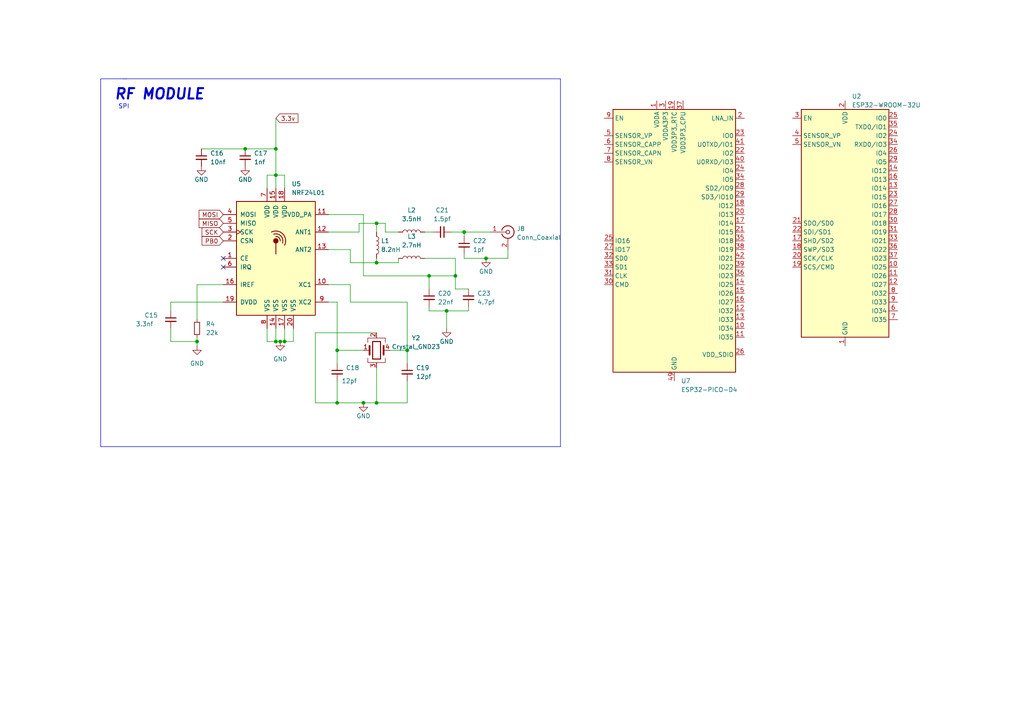
<source format=kicad_sch>
(kicad_sch (version 20230121) (generator eeschema)

  (uuid 432b79b1-c5b5-4908-b2ec-80334aa2e347)

  (paper "A4")

  (lib_symbols
    (symbol "Connector:Conn_Coaxial" (pin_names (offset 1.016) hide) (in_bom yes) (on_board yes)
      (property "Reference" "J" (at 0.254 3.048 0)
        (effects (font (size 1.27 1.27)))
      )
      (property "Value" "Conn_Coaxial" (at 2.921 0 90)
        (effects (font (size 1.27 1.27)))
      )
      (property "Footprint" "" (at 0 0 0)
        (effects (font (size 1.27 1.27)) hide)
      )
      (property "Datasheet" " ~" (at 0 0 0)
        (effects (font (size 1.27 1.27)) hide)
      )
      (property "ki_keywords" "BNC SMA SMB SMC LEMO coaxial connector CINCH RCA" (at 0 0 0)
        (effects (font (size 1.27 1.27)) hide)
      )
      (property "ki_description" "coaxial connector (BNC, SMA, SMB, SMC, Cinch/RCA, LEMO, ...)" (at 0 0 0)
        (effects (font (size 1.27 1.27)) hide)
      )
      (property "ki_fp_filters" "*BNC* *SMA* *SMB* *SMC* *Cinch* *LEMO*" (at 0 0 0)
        (effects (font (size 1.27 1.27)) hide)
      )
      (symbol "Conn_Coaxial_0_1"
        (arc (start -1.778 -0.508) (mid 0.2311 -1.8066) (end 1.778 0)
          (stroke (width 0.254) (type default))
          (fill (type none))
        )
        (polyline
          (pts
            (xy -2.54 0)
            (xy -0.508 0)
          )
          (stroke (width 0) (type default))
          (fill (type none))
        )
        (polyline
          (pts
            (xy 0 -2.54)
            (xy 0 -1.778)
          )
          (stroke (width 0) (type default))
          (fill (type none))
        )
        (circle (center 0 0) (radius 0.508)
          (stroke (width 0.2032) (type default))
          (fill (type none))
        )
        (arc (start 1.778 0) (mid 0.2099 1.8101) (end -1.778 0.508)
          (stroke (width 0.254) (type default))
          (fill (type none))
        )
      )
      (symbol "Conn_Coaxial_1_1"
        (pin passive line (at -5.08 0 0) (length 2.54)
          (name "In" (effects (font (size 1.27 1.27))))
          (number "1" (effects (font (size 1.27 1.27))))
        )
        (pin passive line (at 0 -5.08 90) (length 2.54)
          (name "Ext" (effects (font (size 1.27 1.27))))
          (number "2" (effects (font (size 1.27 1.27))))
        )
      )
    )
    (symbol "Device:C_Small" (pin_numbers hide) (pin_names (offset 0.254) hide) (in_bom yes) (on_board yes)
      (property "Reference" "C" (at 0.254 1.778 0)
        (effects (font (size 1.27 1.27)) (justify left))
      )
      (property "Value" "C_Small" (at 0.254 -2.032 0)
        (effects (font (size 1.27 1.27)) (justify left))
      )
      (property "Footprint" "" (at 0 0 0)
        (effects (font (size 1.27 1.27)) hide)
      )
      (property "Datasheet" "~" (at 0 0 0)
        (effects (font (size 1.27 1.27)) hide)
      )
      (property "ki_keywords" "capacitor cap" (at 0 0 0)
        (effects (font (size 1.27 1.27)) hide)
      )
      (property "ki_description" "Unpolarized capacitor, small symbol" (at 0 0 0)
        (effects (font (size 1.27 1.27)) hide)
      )
      (property "ki_fp_filters" "C_*" (at 0 0 0)
        (effects (font (size 1.27 1.27)) hide)
      )
      (symbol "C_Small_0_1"
        (polyline
          (pts
            (xy -1.524 -0.508)
            (xy 1.524 -0.508)
          )
          (stroke (width 0.3302) (type default))
          (fill (type none))
        )
        (polyline
          (pts
            (xy -1.524 0.508)
            (xy 1.524 0.508)
          )
          (stroke (width 0.3048) (type default))
          (fill (type none))
        )
      )
      (symbol "C_Small_1_1"
        (pin passive line (at 0 2.54 270) (length 2.032)
          (name "~" (effects (font (size 1.27 1.27))))
          (number "1" (effects (font (size 1.27 1.27))))
        )
        (pin passive line (at 0 -2.54 90) (length 2.032)
          (name "~" (effects (font (size 1.27 1.27))))
          (number "2" (effects (font (size 1.27 1.27))))
        )
      )
    )
    (symbol "Device:Crystal_GND23" (pin_names (offset 1.016) hide) (in_bom yes) (on_board yes)
      (property "Reference" "Y" (at 3.175 5.08 0)
        (effects (font (size 1.27 1.27)) (justify left))
      )
      (property "Value" "Crystal_GND23" (at 3.175 3.175 0)
        (effects (font (size 1.27 1.27)) (justify left))
      )
      (property "Footprint" "" (at 0 0 0)
        (effects (font (size 1.27 1.27)) hide)
      )
      (property "Datasheet" "~" (at 0 0 0)
        (effects (font (size 1.27 1.27)) hide)
      )
      (property "ki_keywords" "quartz ceramic resonator oscillator" (at 0 0 0)
        (effects (font (size 1.27 1.27)) hide)
      )
      (property "ki_description" "Four pin crystal, GND on pins 2 and 3" (at 0 0 0)
        (effects (font (size 1.27 1.27)) hide)
      )
      (property "ki_fp_filters" "Crystal*" (at 0 0 0)
        (effects (font (size 1.27 1.27)) hide)
      )
      (symbol "Crystal_GND23_0_1"
        (rectangle (start -1.143 2.54) (end 1.143 -2.54)
          (stroke (width 0.3048) (type default))
          (fill (type none))
        )
        (polyline
          (pts
            (xy -2.54 0)
            (xy -2.032 0)
          )
          (stroke (width 0) (type default))
          (fill (type none))
        )
        (polyline
          (pts
            (xy -2.032 -1.27)
            (xy -2.032 1.27)
          )
          (stroke (width 0.508) (type default))
          (fill (type none))
        )
        (polyline
          (pts
            (xy 0 -3.81)
            (xy 0 -3.556)
          )
          (stroke (width 0) (type default))
          (fill (type none))
        )
        (polyline
          (pts
            (xy 0 3.556)
            (xy 0 3.81)
          )
          (stroke (width 0) (type default))
          (fill (type none))
        )
        (polyline
          (pts
            (xy 2.032 -1.27)
            (xy 2.032 1.27)
          )
          (stroke (width 0.508) (type default))
          (fill (type none))
        )
        (polyline
          (pts
            (xy 2.032 0)
            (xy 2.54 0)
          )
          (stroke (width 0) (type default))
          (fill (type none))
        )
        (polyline
          (pts
            (xy -2.54 -2.286)
            (xy -2.54 -3.556)
            (xy 2.54 -3.556)
            (xy 2.54 -2.286)
          )
          (stroke (width 0) (type default))
          (fill (type none))
        )
        (polyline
          (pts
            (xy -2.54 2.286)
            (xy -2.54 3.556)
            (xy 2.54 3.556)
            (xy 2.54 2.286)
          )
          (stroke (width 0) (type default))
          (fill (type none))
        )
      )
      (symbol "Crystal_GND23_1_1"
        (pin passive line (at -3.81 0 0) (length 1.27)
          (name "1" (effects (font (size 1.27 1.27))))
          (number "1" (effects (font (size 1.27 1.27))))
        )
        (pin passive line (at 0 5.08 270) (length 1.27)
          (name "2" (effects (font (size 1.27 1.27))))
          (number "2" (effects (font (size 1.27 1.27))))
        )
        (pin passive line (at 0 -5.08 90) (length 1.27)
          (name "3" (effects (font (size 1.27 1.27))))
          (number "3" (effects (font (size 1.27 1.27))))
        )
        (pin passive line (at 3.81 0 180) (length 1.27)
          (name "4" (effects (font (size 1.27 1.27))))
          (number "4" (effects (font (size 1.27 1.27))))
        )
      )
    )
    (symbol "Device:L" (pin_numbers hide) (pin_names (offset 1.016) hide) (in_bom yes) (on_board yes)
      (property "Reference" "L" (at -1.27 0 90)
        (effects (font (size 1.27 1.27)))
      )
      (property "Value" "L" (at 1.905 0 90)
        (effects (font (size 1.27 1.27)))
      )
      (property "Footprint" "" (at 0 0 0)
        (effects (font (size 1.27 1.27)) hide)
      )
      (property "Datasheet" "~" (at 0 0 0)
        (effects (font (size 1.27 1.27)) hide)
      )
      (property "ki_keywords" "inductor choke coil reactor magnetic" (at 0 0 0)
        (effects (font (size 1.27 1.27)) hide)
      )
      (property "ki_description" "Inductor" (at 0 0 0)
        (effects (font (size 1.27 1.27)) hide)
      )
      (property "ki_fp_filters" "Choke_* *Coil* Inductor_* L_*" (at 0 0 0)
        (effects (font (size 1.27 1.27)) hide)
      )
      (symbol "L_0_1"
        (arc (start 0 -2.54) (mid 0.6323 -1.905) (end 0 -1.27)
          (stroke (width 0) (type default))
          (fill (type none))
        )
        (arc (start 0 -1.27) (mid 0.6323 -0.635) (end 0 0)
          (stroke (width 0) (type default))
          (fill (type none))
        )
        (arc (start 0 0) (mid 0.6323 0.635) (end 0 1.27)
          (stroke (width 0) (type default))
          (fill (type none))
        )
        (arc (start 0 1.27) (mid 0.6323 1.905) (end 0 2.54)
          (stroke (width 0) (type default))
          (fill (type none))
        )
      )
      (symbol "L_1_1"
        (pin passive line (at 0 3.81 270) (length 1.27)
          (name "1" (effects (font (size 1.27 1.27))))
          (number "1" (effects (font (size 1.27 1.27))))
        )
        (pin passive line (at 0 -3.81 90) (length 1.27)
          (name "2" (effects (font (size 1.27 1.27))))
          (number "2" (effects (font (size 1.27 1.27))))
        )
      )
    )
    (symbol "Device:R_Small" (pin_numbers hide) (pin_names (offset 0.254) hide) (in_bom yes) (on_board yes)
      (property "Reference" "R" (at 0.762 0.508 0)
        (effects (font (size 1.27 1.27)) (justify left))
      )
      (property "Value" "R_Small" (at 0.762 -1.016 0)
        (effects (font (size 1.27 1.27)) (justify left))
      )
      (property "Footprint" "" (at 0 0 0)
        (effects (font (size 1.27 1.27)) hide)
      )
      (property "Datasheet" "~" (at 0 0 0)
        (effects (font (size 1.27 1.27)) hide)
      )
      (property "ki_keywords" "R resistor" (at 0 0 0)
        (effects (font (size 1.27 1.27)) hide)
      )
      (property "ki_description" "Resistor, small symbol" (at 0 0 0)
        (effects (font (size 1.27 1.27)) hide)
      )
      (property "ki_fp_filters" "R_*" (at 0 0 0)
        (effects (font (size 1.27 1.27)) hide)
      )
      (symbol "R_Small_0_1"
        (rectangle (start -0.762 1.778) (end 0.762 -1.778)
          (stroke (width 0.2032) (type default))
          (fill (type none))
        )
      )
      (symbol "R_Small_1_1"
        (pin passive line (at 0 2.54 270) (length 0.762)
          (name "~" (effects (font (size 1.27 1.27))))
          (number "1" (effects (font (size 1.27 1.27))))
        )
        (pin passive line (at 0 -2.54 90) (length 0.762)
          (name "~" (effects (font (size 1.27 1.27))))
          (number "2" (effects (font (size 1.27 1.27))))
        )
      )
    )
    (symbol "RF:NRF24L01" (pin_names (offset 1.016)) (in_bom yes) (on_board yes)
      (property "Reference" "U" (at -11.43 17.78 0)
        (effects (font (size 1.27 1.27)) (justify left))
      )
      (property "Value" "NRF24L01" (at 5.08 17.78 0)
        (effects (font (size 1.27 1.27)) (justify left))
      )
      (property "Footprint" "Package_DFN_QFN:QFN-20-1EP_4x4mm_P0.5mm_EP2.5x2.5mm" (at 5.08 20.32 0)
        (effects (font (size 1.27 1.27) italic) (justify left) hide)
      )
      (property "Datasheet" "http://www.nordicsemi.com/eng/content/download/2730/34105/file/nRF24L01_Product_Specification_v2_0.pdf" (at 0 2.54 0)
        (effects (font (size 1.27 1.27)) hide)
      )
      (property "ki_keywords" "Low Power RF Transciever" (at 0 0 0)
        (effects (font (size 1.27 1.27)) hide)
      )
      (property "ki_description" "Ultra low power 2.4GHz RF Transceiver, QFN-20" (at 0 0 0)
        (effects (font (size 1.27 1.27)) hide)
      )
      (property "ki_fp_filters" "QFN*4x4*0.5mm*" (at 0 0 0)
        (effects (font (size 1.27 1.27)) hide)
      )
      (symbol "NRF24L01_0_1"
        (rectangle (start -11.43 16.51) (end 11.43 -16.51)
          (stroke (width 0.254) (type default))
          (fill (type background))
        )
        (polyline
          (pts
            (xy 0 4.445)
            (xy 0 1.27)
          )
          (stroke (width 0.254) (type default))
          (fill (type none))
        )
        (circle (center 0 5.08) (radius 0.635)
          (stroke (width 0.254) (type default))
          (fill (type outline))
        )
        (arc (start 1.27 5.08) (mid 0.9071 5.9946) (end 0 6.35)
          (stroke (width 0.254) (type default))
          (fill (type none))
        )
        (arc (start 1.905 4.445) (mid 1.4313 6.5254) (end -0.635 6.985)
          (stroke (width 0.254) (type default))
          (fill (type none))
        )
        (arc (start 2.54 3.81) (mid 2.008 7.088) (end -1.27 7.62)
          (stroke (width 0.254) (type default))
          (fill (type none))
        )
        (rectangle (start 11.43 -13.97) (end 11.43 -13.97)
          (stroke (width 0) (type default))
          (fill (type none))
        )
      )
      (symbol "NRF24L01_1_1"
        (pin input line (at -15.24 0 0) (length 3.81)
          (name "CE" (effects (font (size 1.27 1.27))))
          (number "1" (effects (font (size 1.27 1.27))))
        )
        (pin passive line (at 15.24 -7.62 180) (length 3.81)
          (name "XC1" (effects (font (size 1.27 1.27))))
          (number "10" (effects (font (size 1.27 1.27))))
        )
        (pin power_out line (at 15.24 12.7 180) (length 3.81)
          (name "VDD_PA" (effects (font (size 1.27 1.27))))
          (number "11" (effects (font (size 1.27 1.27))))
        )
        (pin passive line (at 15.24 7.62 180) (length 3.81)
          (name "ANT1" (effects (font (size 1.27 1.27))))
          (number "12" (effects (font (size 1.27 1.27))))
        )
        (pin passive line (at 15.24 2.54 180) (length 3.81)
          (name "ANT2" (effects (font (size 1.27 1.27))))
          (number "13" (effects (font (size 1.27 1.27))))
        )
        (pin power_in line (at 0 -20.32 90) (length 3.81)
          (name "VSS" (effects (font (size 1.27 1.27))))
          (number "14" (effects (font (size 1.27 1.27))))
        )
        (pin power_in line (at 0 20.32 270) (length 3.81)
          (name "VDD" (effects (font (size 1.27 1.27))))
          (number "15" (effects (font (size 1.27 1.27))))
        )
        (pin passive line (at -15.24 -7.62 0) (length 3.81)
          (name "IREF" (effects (font (size 1.27 1.27))))
          (number "16" (effects (font (size 1.27 1.27))))
        )
        (pin power_in line (at 2.54 -20.32 90) (length 3.81)
          (name "VSS" (effects (font (size 1.27 1.27))))
          (number "17" (effects (font (size 1.27 1.27))))
        )
        (pin power_in line (at 2.54 20.32 270) (length 3.81)
          (name "VDD" (effects (font (size 1.27 1.27))))
          (number "18" (effects (font (size 1.27 1.27))))
        )
        (pin power_out line (at -15.24 -12.7 0) (length 3.81)
          (name "DVDD" (effects (font (size 1.27 1.27))))
          (number "19" (effects (font (size 1.27 1.27))))
        )
        (pin input line (at -15.24 5.08 0) (length 3.81)
          (name "CSN" (effects (font (size 1.27 1.27))))
          (number "2" (effects (font (size 1.27 1.27))))
        )
        (pin power_in line (at 5.08 -20.32 90) (length 3.81)
          (name "VSS" (effects (font (size 1.27 1.27))))
          (number "20" (effects (font (size 1.27 1.27))))
        )
        (pin input clock (at -15.24 7.62 0) (length 3.81)
          (name "SCK" (effects (font (size 1.27 1.27))))
          (number "3" (effects (font (size 1.27 1.27))))
        )
        (pin input line (at -15.24 12.7 0) (length 3.81)
          (name "MOSI" (effects (font (size 1.27 1.27))))
          (number "4" (effects (font (size 1.27 1.27))))
        )
        (pin output line (at -15.24 10.16 0) (length 3.81)
          (name "MISO" (effects (font (size 1.27 1.27))))
          (number "5" (effects (font (size 1.27 1.27))))
        )
        (pin output line (at -15.24 -2.54 0) (length 3.81)
          (name "IRQ" (effects (font (size 1.27 1.27))))
          (number "6" (effects (font (size 1.27 1.27))))
        )
        (pin power_in line (at -2.54 20.32 270) (length 3.81)
          (name "VDD" (effects (font (size 1.27 1.27))))
          (number "7" (effects (font (size 1.27 1.27))))
        )
        (pin power_in line (at -2.54 -20.32 90) (length 3.81)
          (name "VSS" (effects (font (size 1.27 1.27))))
          (number "8" (effects (font (size 1.27 1.27))))
        )
        (pin passive line (at 15.24 -12.7 180) (length 3.81)
          (name "XC2" (effects (font (size 1.27 1.27))))
          (number "9" (effects (font (size 1.27 1.27))))
        )
      )
    )
    (symbol "RF_Module:ESP32-PICO-D4" (in_bom yes) (on_board yes)
      (property "Reference" "U" (at -17.78 39.37 0)
        (effects (font (size 1.27 1.27)) (justify left))
      )
      (property "Value" "ESP32-PICO-D4" (at 3.81 39.37 0)
        (effects (font (size 1.27 1.27)) (justify left))
      )
      (property "Footprint" "Package_DFN_QFN:QFN-48-1EP_7x7mm_P0.5mm_EP5.3x5.3mm" (at 0 -43.18 0)
        (effects (font (size 1.27 1.27)) hide)
      )
      (property "Datasheet" "https://www.espressif.com/sites/default/files/documentation/esp32-pico-d4_datasheet_en.pdf" (at 6.35 -25.4 0)
        (effects (font (size 1.27 1.27)) hide)
      )
      (property "ki_keywords" "RF Radio BT ESP ESP32 Espressif external antenna" (at 0 0 0)
        (effects (font (size 1.27 1.27)) hide)
      )
      (property "ki_description" "RF Module, ESP32 SoC, Wi-Fi 802.11b/g/n, Bluetooth, BLE, 32-bit, 2.7-3.6V, external antenna, QFN-48" (at 0 0 0)
        (effects (font (size 1.27 1.27)) hide)
      )
      (property "ki_fp_filters" "QFN*1EP*7x7mm*P0.5mm*" (at 0 0 0)
        (effects (font (size 1.27 1.27)) hide)
      )
      (symbol "ESP32-PICO-D4_0_0"
        (pin power_in line (at -5.08 40.64 270) (length 2.54)
          (name "VDDA" (effects (font (size 1.27 1.27))))
          (number "1" (effects (font (size 1.27 1.27))))
        )
        (pin input line (at 20.32 -25.4 180) (length 2.54)
          (name "IO34" (effects (font (size 1.27 1.27))))
          (number "10" (effects (font (size 1.27 1.27))))
        )
        (pin input line (at 20.32 -27.94 180) (length 2.54)
          (name "IO35" (effects (font (size 1.27 1.27))))
          (number "11" (effects (font (size 1.27 1.27))))
        )
        (pin bidirectional line (at 20.32 -20.32 180) (length 2.54)
          (name "IO32" (effects (font (size 1.27 1.27))))
          (number "12" (effects (font (size 1.27 1.27))))
        )
        (pin bidirectional line (at 20.32 -22.86 180) (length 2.54)
          (name "IO33" (effects (font (size 1.27 1.27))))
          (number "13" (effects (font (size 1.27 1.27))))
        )
        (pin bidirectional line (at 20.32 -12.7 180) (length 2.54)
          (name "IO25" (effects (font (size 1.27 1.27))))
          (number "14" (effects (font (size 1.27 1.27))))
        )
        (pin bidirectional line (at 20.32 -15.24 180) (length 2.54)
          (name "IO26" (effects (font (size 1.27 1.27))))
          (number "15" (effects (font (size 1.27 1.27))))
        )
        (pin bidirectional line (at 20.32 -17.78 180) (length 2.54)
          (name "IO27" (effects (font (size 1.27 1.27))))
          (number "16" (effects (font (size 1.27 1.27))))
        )
        (pin bidirectional line (at 20.32 5.08 180) (length 2.54)
          (name "IO14" (effects (font (size 1.27 1.27))))
          (number "17" (effects (font (size 1.27 1.27))))
        )
        (pin bidirectional line (at 20.32 10.16 180) (length 2.54)
          (name "IO12" (effects (font (size 1.27 1.27))))
          (number "18" (effects (font (size 1.27 1.27))))
        )
        (pin power_in line (at 0 40.64 270) (length 2.54)
          (name "VDD3P3_RTC" (effects (font (size 1.27 1.27))))
          (number "19" (effects (font (size 1.27 1.27))))
        )
        (pin bidirectional line (at 20.32 35.56 180) (length 2.54)
          (name "LNA_IN" (effects (font (size 1.27 1.27))))
          (number "2" (effects (font (size 1.27 1.27))))
        )
        (pin bidirectional line (at 20.32 7.62 180) (length 2.54)
          (name "IO13" (effects (font (size 1.27 1.27))))
          (number "20" (effects (font (size 1.27 1.27))))
        )
        (pin bidirectional line (at 20.32 2.54 180) (length 2.54)
          (name "IO15" (effects (font (size 1.27 1.27))))
          (number "21" (effects (font (size 1.27 1.27))))
        )
        (pin bidirectional line (at 20.32 25.4 180) (length 2.54)
          (name "IO2" (effects (font (size 1.27 1.27))))
          (number "22" (effects (font (size 1.27 1.27))))
        )
        (pin bidirectional line (at 20.32 30.48 180) (length 2.54)
          (name "IO0" (effects (font (size 1.27 1.27))))
          (number "23" (effects (font (size 1.27 1.27))))
        )
        (pin bidirectional line (at 20.32 20.32 180) (length 2.54)
          (name "IO4" (effects (font (size 1.27 1.27))))
          (number "24" (effects (font (size 1.27 1.27))))
        )
        (pin bidirectional line (at -20.32 0 0) (length 2.54)
          (name "IO16" (effects (font (size 1.27 1.27))))
          (number "25" (effects (font (size 1.27 1.27))))
        )
        (pin power_out line (at 20.32 -33.02 180) (length 2.54)
          (name "VDD_SDIO" (effects (font (size 1.27 1.27))))
          (number "26" (effects (font (size 1.27 1.27))))
        )
        (pin bidirectional line (at -20.32 -2.54 0) (length 2.54)
          (name "IO17" (effects (font (size 1.27 1.27))))
          (number "27" (effects (font (size 1.27 1.27))))
        )
        (pin bidirectional line (at 20.32 15.24 180) (length 2.54)
          (name "SD2/IO9" (effects (font (size 1.27 1.27))))
          (number "28" (effects (font (size 1.27 1.27))))
        )
        (pin bidirectional line (at 20.32 12.7 180) (length 2.54)
          (name "SD3/IO10" (effects (font (size 1.27 1.27))))
          (number "29" (effects (font (size 1.27 1.27))))
        )
        (pin power_in line (at -2.54 40.64 270) (length 2.54)
          (name "VDDA3P3" (effects (font (size 1.27 1.27))))
          (number "3" (effects (font (size 1.27 1.27))))
        )
        (pin bidirectional line (at -20.32 -12.7 0) (length 2.54)
          (name "CMD" (effects (font (size 1.27 1.27))))
          (number "30" (effects (font (size 1.27 1.27))))
        )
        (pin bidirectional line (at -20.32 -10.16 0) (length 2.54)
          (name "CLK" (effects (font (size 1.27 1.27))))
          (number "31" (effects (font (size 1.27 1.27))))
        )
        (pin bidirectional line (at -20.32 -5.08 0) (length 2.54)
          (name "SD0" (effects (font (size 1.27 1.27))))
          (number "32" (effects (font (size 1.27 1.27))))
        )
        (pin bidirectional line (at -20.32 -7.62 0) (length 2.54)
          (name "SD1" (effects (font (size 1.27 1.27))))
          (number "33" (effects (font (size 1.27 1.27))))
        )
        (pin bidirectional line (at 20.32 17.78 180) (length 2.54)
          (name "IO5" (effects (font (size 1.27 1.27))))
          (number "34" (effects (font (size 1.27 1.27))))
        )
        (pin bidirectional line (at 20.32 0 180) (length 2.54)
          (name "IO18" (effects (font (size 1.27 1.27))))
          (number "35" (effects (font (size 1.27 1.27))))
        )
        (pin bidirectional line (at 20.32 -10.16 180) (length 2.54)
          (name "IO23" (effects (font (size 1.27 1.27))))
          (number "36" (effects (font (size 1.27 1.27))))
        )
        (pin power_in line (at 2.54 40.64 270) (length 2.54)
          (name "VDD3P3_CPU" (effects (font (size 1.27 1.27))))
          (number "37" (effects (font (size 1.27 1.27))))
        )
        (pin bidirectional line (at 20.32 -2.54 180) (length 2.54)
          (name "IO19" (effects (font (size 1.27 1.27))))
          (number "38" (effects (font (size 1.27 1.27))))
        )
        (pin bidirectional line (at 20.32 -7.62 180) (length 2.54)
          (name "IO22" (effects (font (size 1.27 1.27))))
          (number "39" (effects (font (size 1.27 1.27))))
        )
        (pin passive line (at -2.54 40.64 270) (length 2.54) hide
          (name "VDDA3P3" (effects (font (size 1.27 1.27))))
          (number "4" (effects (font (size 1.27 1.27))))
        )
        (pin bidirectional line (at 20.32 22.86 180) (length 2.54)
          (name "U0RXD/IO3" (effects (font (size 1.27 1.27))))
          (number "40" (effects (font (size 1.27 1.27))))
        )
        (pin bidirectional line (at 20.32 27.94 180) (length 2.54)
          (name "U0TXD/IO1" (effects (font (size 1.27 1.27))))
          (number "41" (effects (font (size 1.27 1.27))))
        )
        (pin bidirectional line (at 20.32 -5.08 180) (length 2.54)
          (name "IO21" (effects (font (size 1.27 1.27))))
          (number "42" (effects (font (size 1.27 1.27))))
        )
        (pin passive line (at -5.08 40.64 270) (length 2.54) hide
          (name "VDDA" (effects (font (size 1.27 1.27))))
          (number "43" (effects (font (size 1.27 1.27))))
        )
        (pin no_connect line (at -17.78 -25.4 0) (length 2.54) hide
          (name "XTAL_N_NC" (effects (font (size 1.27 1.27))))
          (number "44" (effects (font (size 1.27 1.27))))
        )
        (pin no_connect line (at -17.78 -27.94 0) (length 2.54) hide
          (name "XTAL_P_NC" (effects (font (size 1.27 1.27))))
          (number "45" (effects (font (size 1.27 1.27))))
        )
        (pin passive line (at -5.08 40.64 270) (length 2.54) hide
          (name "VDDA" (effects (font (size 1.27 1.27))))
          (number "46" (effects (font (size 1.27 1.27))))
        )
        (pin no_connect line (at -17.78 -30.48 0) (length 2.54) hide
          (name "CAP2_NC" (effects (font (size 1.27 1.27))))
          (number "47" (effects (font (size 1.27 1.27))))
        )
        (pin no_connect line (at -17.78 -33.02 0) (length 2.54) hide
          (name "CAP1_NC" (effects (font (size 1.27 1.27))))
          (number "48" (effects (font (size 1.27 1.27))))
        )
        (pin power_in line (at 0 -40.64 90) (length 2.54)
          (name "GND" (effects (font (size 1.27 1.27))))
          (number "49" (effects (font (size 1.27 1.27))))
        )
        (pin input line (at -20.32 30.48 0) (length 2.54)
          (name "SENSOR_VP" (effects (font (size 1.27 1.27))))
          (number "5" (effects (font (size 1.27 1.27))))
        )
        (pin input line (at -20.32 27.94 0) (length 2.54)
          (name "SENSOR_CAPP" (effects (font (size 1.27 1.27))))
          (number "6" (effects (font (size 1.27 1.27))))
        )
        (pin input line (at -20.32 25.4 0) (length 2.54)
          (name "SENSOR_CAPN" (effects (font (size 1.27 1.27))))
          (number "7" (effects (font (size 1.27 1.27))))
        )
        (pin input line (at -20.32 22.86 0) (length 2.54)
          (name "SENSOR_VN" (effects (font (size 1.27 1.27))))
          (number "8" (effects (font (size 1.27 1.27))))
        )
        (pin input line (at -20.32 35.56 0) (length 2.54)
          (name "EN" (effects (font (size 1.27 1.27))))
          (number "9" (effects (font (size 1.27 1.27))))
        )
      )
      (symbol "ESP32-PICO-D4_0_1"
        (rectangle (start -17.78 38.1) (end 17.78 -38.1)
          (stroke (width 0.254) (type default))
          (fill (type background))
        )
      )
    )
    (symbol "RF_Module:ESP32-WROOM-32U" (in_bom yes) (on_board yes)
      (property "Reference" "U" (at -12.7 34.29 0)
        (effects (font (size 1.27 1.27)) (justify left))
      )
      (property "Value" "ESP32-WROOM-32U" (at 1.27 34.29 0)
        (effects (font (size 1.27 1.27)) (justify left))
      )
      (property "Footprint" "RF_Module:ESP32-WROOM-32U" (at 0 -38.1 0)
        (effects (font (size 1.27 1.27)) hide)
      )
      (property "Datasheet" "https://www.espressif.com/sites/default/files/documentation/esp32-wroom-32d_esp32-wroom-32u_datasheet_en.pdf" (at -7.62 1.27 0)
        (effects (font (size 1.27 1.27)) hide)
      )
      (property "ki_keywords" "RF Radio BT ESP ESP32 Espressif external U.FL antenna" (at 0 0 0)
        (effects (font (size 1.27 1.27)) hide)
      )
      (property "ki_description" "RF Module, ESP32-D0WD SoC, Wi-Fi 802.11b/g/n, Bluetooth, BLE, 32-bit, 2.7-3.6V, external antenna, SMD" (at 0 0 0)
        (effects (font (size 1.27 1.27)) hide)
      )
      (property "ki_fp_filters" "ESP32?WROOM?32U*" (at 0 0 0)
        (effects (font (size 1.27 1.27)) hide)
      )
      (symbol "ESP32-WROOM-32U_0_1"
        (rectangle (start -12.7 33.02) (end 12.7 -33.02)
          (stroke (width 0.254) (type default))
          (fill (type background))
        )
      )
      (symbol "ESP32-WROOM-32U_1_1"
        (pin power_in line (at 0 -35.56 90) (length 2.54)
          (name "GND" (effects (font (size 1.27 1.27))))
          (number "1" (effects (font (size 1.27 1.27))))
        )
        (pin bidirectional line (at 15.24 -12.7 180) (length 2.54)
          (name "IO25" (effects (font (size 1.27 1.27))))
          (number "10" (effects (font (size 1.27 1.27))))
        )
        (pin bidirectional line (at 15.24 -15.24 180) (length 2.54)
          (name "IO26" (effects (font (size 1.27 1.27))))
          (number "11" (effects (font (size 1.27 1.27))))
        )
        (pin bidirectional line (at 15.24 -17.78 180) (length 2.54)
          (name "IO27" (effects (font (size 1.27 1.27))))
          (number "12" (effects (font (size 1.27 1.27))))
        )
        (pin bidirectional line (at 15.24 10.16 180) (length 2.54)
          (name "IO14" (effects (font (size 1.27 1.27))))
          (number "13" (effects (font (size 1.27 1.27))))
        )
        (pin bidirectional line (at 15.24 15.24 180) (length 2.54)
          (name "IO12" (effects (font (size 1.27 1.27))))
          (number "14" (effects (font (size 1.27 1.27))))
        )
        (pin passive line (at 0 -35.56 90) (length 2.54) hide
          (name "GND" (effects (font (size 1.27 1.27))))
          (number "15" (effects (font (size 1.27 1.27))))
        )
        (pin bidirectional line (at 15.24 12.7 180) (length 2.54)
          (name "IO13" (effects (font (size 1.27 1.27))))
          (number "16" (effects (font (size 1.27 1.27))))
        )
        (pin bidirectional line (at -15.24 -5.08 0) (length 2.54)
          (name "SHD/SD2" (effects (font (size 1.27 1.27))))
          (number "17" (effects (font (size 1.27 1.27))))
        )
        (pin bidirectional line (at -15.24 -7.62 0) (length 2.54)
          (name "SWP/SD3" (effects (font (size 1.27 1.27))))
          (number "18" (effects (font (size 1.27 1.27))))
        )
        (pin bidirectional line (at -15.24 -12.7 0) (length 2.54)
          (name "SCS/CMD" (effects (font (size 1.27 1.27))))
          (number "19" (effects (font (size 1.27 1.27))))
        )
        (pin power_in line (at 0 35.56 270) (length 2.54)
          (name "VDD" (effects (font (size 1.27 1.27))))
          (number "2" (effects (font (size 1.27 1.27))))
        )
        (pin bidirectional line (at -15.24 -10.16 0) (length 2.54)
          (name "SCK/CLK" (effects (font (size 1.27 1.27))))
          (number "20" (effects (font (size 1.27 1.27))))
        )
        (pin bidirectional line (at -15.24 0 0) (length 2.54)
          (name "SDO/SD0" (effects (font (size 1.27 1.27))))
          (number "21" (effects (font (size 1.27 1.27))))
        )
        (pin bidirectional line (at -15.24 -2.54 0) (length 2.54)
          (name "SDI/SD1" (effects (font (size 1.27 1.27))))
          (number "22" (effects (font (size 1.27 1.27))))
        )
        (pin bidirectional line (at 15.24 7.62 180) (length 2.54)
          (name "IO15" (effects (font (size 1.27 1.27))))
          (number "23" (effects (font (size 1.27 1.27))))
        )
        (pin bidirectional line (at 15.24 25.4 180) (length 2.54)
          (name "IO2" (effects (font (size 1.27 1.27))))
          (number "24" (effects (font (size 1.27 1.27))))
        )
        (pin bidirectional line (at 15.24 30.48 180) (length 2.54)
          (name "IO0" (effects (font (size 1.27 1.27))))
          (number "25" (effects (font (size 1.27 1.27))))
        )
        (pin bidirectional line (at 15.24 20.32 180) (length 2.54)
          (name "IO4" (effects (font (size 1.27 1.27))))
          (number "26" (effects (font (size 1.27 1.27))))
        )
        (pin bidirectional line (at 15.24 5.08 180) (length 2.54)
          (name "IO16" (effects (font (size 1.27 1.27))))
          (number "27" (effects (font (size 1.27 1.27))))
        )
        (pin bidirectional line (at 15.24 2.54 180) (length 2.54)
          (name "IO17" (effects (font (size 1.27 1.27))))
          (number "28" (effects (font (size 1.27 1.27))))
        )
        (pin bidirectional line (at 15.24 17.78 180) (length 2.54)
          (name "IO5" (effects (font (size 1.27 1.27))))
          (number "29" (effects (font (size 1.27 1.27))))
        )
        (pin input line (at -15.24 30.48 0) (length 2.54)
          (name "EN" (effects (font (size 1.27 1.27))))
          (number "3" (effects (font (size 1.27 1.27))))
        )
        (pin bidirectional line (at 15.24 0 180) (length 2.54)
          (name "IO18" (effects (font (size 1.27 1.27))))
          (number "30" (effects (font (size 1.27 1.27))))
        )
        (pin bidirectional line (at 15.24 -2.54 180) (length 2.54)
          (name "IO19" (effects (font (size 1.27 1.27))))
          (number "31" (effects (font (size 1.27 1.27))))
        )
        (pin no_connect line (at -12.7 -27.94 0) (length 2.54) hide
          (name "NC" (effects (font (size 1.27 1.27))))
          (number "32" (effects (font (size 1.27 1.27))))
        )
        (pin bidirectional line (at 15.24 -5.08 180) (length 2.54)
          (name "IO21" (effects (font (size 1.27 1.27))))
          (number "33" (effects (font (size 1.27 1.27))))
        )
        (pin bidirectional line (at 15.24 22.86 180) (length 2.54)
          (name "RXD0/IO3" (effects (font (size 1.27 1.27))))
          (number "34" (effects (font (size 1.27 1.27))))
        )
        (pin bidirectional line (at 15.24 27.94 180) (length 2.54)
          (name "TXD0/IO1" (effects (font (size 1.27 1.27))))
          (number "35" (effects (font (size 1.27 1.27))))
        )
        (pin bidirectional line (at 15.24 -7.62 180) (length 2.54)
          (name "IO22" (effects (font (size 1.27 1.27))))
          (number "36" (effects (font (size 1.27 1.27))))
        )
        (pin bidirectional line (at 15.24 -10.16 180) (length 2.54)
          (name "IO23" (effects (font (size 1.27 1.27))))
          (number "37" (effects (font (size 1.27 1.27))))
        )
        (pin passive line (at 0 -35.56 90) (length 2.54) hide
          (name "GND" (effects (font (size 1.27 1.27))))
          (number "38" (effects (font (size 1.27 1.27))))
        )
        (pin passive line (at 0 -35.56 90) (length 2.54) hide
          (name "GND" (effects (font (size 1.27 1.27))))
          (number "39" (effects (font (size 1.27 1.27))))
        )
        (pin input line (at -15.24 25.4 0) (length 2.54)
          (name "SENSOR_VP" (effects (font (size 1.27 1.27))))
          (number "4" (effects (font (size 1.27 1.27))))
        )
        (pin input line (at -15.24 22.86 0) (length 2.54)
          (name "SENSOR_VN" (effects (font (size 1.27 1.27))))
          (number "5" (effects (font (size 1.27 1.27))))
        )
        (pin input line (at 15.24 -25.4 180) (length 2.54)
          (name "IO34" (effects (font (size 1.27 1.27))))
          (number "6" (effects (font (size 1.27 1.27))))
        )
        (pin input line (at 15.24 -27.94 180) (length 2.54)
          (name "IO35" (effects (font (size 1.27 1.27))))
          (number "7" (effects (font (size 1.27 1.27))))
        )
        (pin bidirectional line (at 15.24 -20.32 180) (length 2.54)
          (name "IO32" (effects (font (size 1.27 1.27))))
          (number "8" (effects (font (size 1.27 1.27))))
        )
        (pin bidirectional line (at 15.24 -22.86 180) (length 2.54)
          (name "IO33" (effects (font (size 1.27 1.27))))
          (number "9" (effects (font (size 1.27 1.27))))
        )
      )
    )
    (symbol "power:GND" (power) (pin_names (offset 0)) (in_bom yes) (on_board yes)
      (property "Reference" "#PWR" (at 0 -6.35 0)
        (effects (font (size 1.27 1.27)) hide)
      )
      (property "Value" "GND" (at 0 -3.81 0)
        (effects (font (size 1.27 1.27)))
      )
      (property "Footprint" "" (at 0 0 0)
        (effects (font (size 1.27 1.27)) hide)
      )
      (property "Datasheet" "" (at 0 0 0)
        (effects (font (size 1.27 1.27)) hide)
      )
      (property "ki_keywords" "power-flag" (at 0 0 0)
        (effects (font (size 1.27 1.27)) hide)
      )
      (property "ki_description" "Power symbol creates a global label with name \"GND\" , ground" (at 0 0 0)
        (effects (font (size 1.27 1.27)) hide)
      )
      (symbol "GND_0_1"
        (polyline
          (pts
            (xy 0 0)
            (xy 0 -1.27)
            (xy 1.27 -1.27)
            (xy 0 -2.54)
            (xy -1.27 -1.27)
            (xy 0 -1.27)
          )
          (stroke (width 0) (type default))
          (fill (type none))
        )
      )
      (symbol "GND_1_1"
        (pin power_in line (at 0 0 270) (length 0) hide
          (name "GND" (effects (font (size 1.27 1.27))))
          (number "1" (effects (font (size 1.27 1.27))))
        )
      )
    )
  )

  (junction (at 80.01 50.8) (diameter 0) (color 0 0 0 0)
    (uuid 136a2e97-0f4f-48a2-a63d-1dbb4d193f56)
  )
  (junction (at 81.28 99.06) (diameter 0) (color 0 0 0 0)
    (uuid 1f5b2d7f-a606-498c-bab4-01b1d623add2)
  )
  (junction (at 57.15 99.06) (diameter 0) (color 0 0 0 0)
    (uuid 47ce7024-d3a2-42f7-af34-10bf70bc1617)
  )
  (junction (at 132.08 80.01) (diameter 0) (color 0 0 0 0)
    (uuid 540c5c48-f31c-4f9c-8229-734fe291ea73)
  )
  (junction (at 71.12 43.18) (diameter 0) (color 0 0 0 0)
    (uuid 633a0ac9-81a9-4472-ba39-785157b413d3)
  )
  (junction (at 109.22 64.77) (diameter 0) (color 0 0 0 0)
    (uuid 7b463ef8-5334-4f19-b2b6-fc1dba64b6df)
  )
  (junction (at 80.01 99.06) (diameter 0) (color 0 0 0 0)
    (uuid 84dabb9f-44c9-4f55-b918-cac1f0321dbb)
  )
  (junction (at 140.97 74.93) (diameter 0) (color 0 0 0 0)
    (uuid 855a2e59-dcb1-489b-acf3-575141ac2151)
  )
  (junction (at 109.22 76.2) (diameter 0) (color 0 0 0 0)
    (uuid 8d800eb5-b76f-4fc4-a439-00916dfa349f)
  )
  (junction (at 124.46 80.01) (diameter 0) (color 0 0 0 0)
    (uuid 98c99205-ec28-4d8a-bf2f-670dedc65aa8)
  )
  (junction (at 134.62 67.31) (diameter 0) (color 0 0 0 0)
    (uuid 9cc9ff1b-3708-4202-9626-7caf44dafa41)
  )
  (junction (at 97.79 101.6) (diameter 0) (color 0 0 0 0)
    (uuid a0d71c5e-53b4-4ee1-8864-a47ff1e6f1b0)
  )
  (junction (at 80.01 43.18) (diameter 0) (color 0 0 0 0)
    (uuid a8d2129f-0b87-4d0b-a609-a9d609897731)
  )
  (junction (at 109.22 116.84) (diameter 0) (color 0 0 0 0)
    (uuid b3e624e7-67a8-4064-8840-40b8063ba5ef)
  )
  (junction (at 118.11 101.6) (diameter 0) (color 0 0 0 0)
    (uuid b988cfb1-1093-49ec-bae0-a58f74a682c2)
  )
  (junction (at 97.79 116.84) (diameter 0) (color 0 0 0 0)
    (uuid b9a85bf0-35c3-4e8c-a037-6c1c6ddd98a2)
  )
  (junction (at 105.41 116.84) (diameter 0) (color 0 0 0 0)
    (uuid c7422595-1507-4a72-a04d-b7eb2ad936d8)
  )
  (junction (at 82.55 99.06) (diameter 0) (color 0 0 0 0)
    (uuid cbfd9378-780d-4002-bcc4-663eae2030eb)
  )
  (junction (at 129.54 90.17) (diameter 0) (color 0 0 0 0)
    (uuid df6db933-8f23-4887-bfa2-3b200ee07d3a)
  )

  (no_connect (at 64.77 74.93) (uuid 1ea84dbd-de68-4fb9-aa35-1dfddfead59f))
  (no_connect (at 64.77 77.47) (uuid 1ea84dbd-de68-4fb9-aa35-1dfddfead5a0))

  (wire (pts (xy 134.62 67.31) (xy 142.24 67.31))
    (stroke (width 0) (type default))
    (uuid 04365f74-00c2-4095-a994-f530aa343100)
  )
  (wire (pts (xy 77.47 54.61) (xy 77.47 50.8))
    (stroke (width 0) (type default))
    (uuid 1086689c-a57f-491a-bfb3-9d73065f8714)
  )
  (wire (pts (xy 109.22 96.52) (xy 91.44 96.52))
    (stroke (width 0) (type default))
    (uuid 111d5719-3e9c-4832-8f9f-df4ec204f773)
  )
  (wire (pts (xy 130.81 67.31) (xy 134.62 67.31))
    (stroke (width 0) (type default))
    (uuid 151995d8-5900-4afc-8a66-9a37b48b749b)
  )
  (wire (pts (xy 134.62 74.93) (xy 140.97 74.93))
    (stroke (width 0) (type default))
    (uuid 17903dbc-4587-40d1-ad02-4a6c1873e40c)
  )
  (wire (pts (xy 91.44 116.84) (xy 97.79 116.84))
    (stroke (width 0) (type default))
    (uuid 181f1389-395e-4186-8b81-d39dc2f9be5d)
  )
  (wire (pts (xy 118.11 101.6) (xy 118.11 87.63))
    (stroke (width 0) (type default))
    (uuid 18a23009-8d9f-4b89-b02f-b559a7209c5c)
  )
  (wire (pts (xy 124.46 90.17) (xy 124.46 88.9))
    (stroke (width 0) (type default))
    (uuid 1c32a1e5-6766-4cc0-affc-684e97e6e2a6)
  )
  (wire (pts (xy 101.6 72.39) (xy 101.6 76.2))
    (stroke (width 0) (type default))
    (uuid 1c695d86-3b04-4606-9006-3f1244508bf3)
  )
  (wire (pts (xy 129.54 90.17) (xy 135.89 90.17))
    (stroke (width 0) (type default))
    (uuid 1e1a4c9e-0fcf-428a-b63d-52fc8dc770cc)
  )
  (wire (pts (xy 82.55 95.25) (xy 82.55 99.06))
    (stroke (width 0) (type default))
    (uuid 1fd4ac41-6e97-45cc-8da1-46d9c8cafdba)
  )
  (wire (pts (xy 80.01 50.8) (xy 80.01 54.61))
    (stroke (width 0) (type default))
    (uuid 24b6396b-f8c2-4fa8-81b3-7ab2580654da)
  )
  (wire (pts (xy 129.54 95.25) (xy 129.54 90.17))
    (stroke (width 0) (type default))
    (uuid 27e940b4-2791-4fa8-b984-b22097e6ea8c)
  )
  (wire (pts (xy 104.14 64.77) (xy 109.22 64.77))
    (stroke (width 0) (type default))
    (uuid 2874c3b8-22bd-4877-b388-94aa21c0e905)
  )
  (wire (pts (xy 64.77 82.55) (xy 57.15 82.55))
    (stroke (width 0) (type default))
    (uuid 2a6119db-5f1c-49e4-9564-6c94a2641f48)
  )
  (wire (pts (xy 97.79 116.84) (xy 105.41 116.84))
    (stroke (width 0) (type default))
    (uuid 2e0fe9d8-9137-4354-8c52-e36bda39dcf1)
  )
  (wire (pts (xy 97.79 110.49) (xy 97.79 116.84))
    (stroke (width 0) (type default))
    (uuid 2f8eb779-557e-463e-8916-1550aff3408f)
  )
  (wire (pts (xy 134.62 73.66) (xy 134.62 74.93))
    (stroke (width 0) (type default))
    (uuid 30f4ea0d-e912-42ce-8539-da505e1304a5)
  )
  (polyline (pts (xy 162.56 129.54) (xy 29.21 129.54))
    (stroke (width 0) (type default))
    (uuid 33ecb720-84d6-481d-b32d-6ab0265b176b)
  )

  (wire (pts (xy 140.97 74.93) (xy 147.32 74.93))
    (stroke (width 0) (type default))
    (uuid 34ce058e-31f1-4c67-b10e-96f1261bbb13)
  )
  (wire (pts (xy 80.01 34.29) (xy 80.01 43.18))
    (stroke (width 0) (type default))
    (uuid 3ab0af52-7053-4c04-ae57-8aa81c1d2353)
  )
  (wire (pts (xy 82.55 54.61) (xy 82.55 50.8))
    (stroke (width 0) (type default))
    (uuid 3bf8a0f7-d925-456e-9723-d325c484f7b1)
  )
  (wire (pts (xy 124.46 80.01) (xy 132.08 80.01))
    (stroke (width 0) (type default))
    (uuid 4060186a-a824-4409-878e-8f3f2db8cdc2)
  )
  (wire (pts (xy 97.79 101.6) (xy 97.79 105.41))
    (stroke (width 0) (type default))
    (uuid 40656166-de21-4568-b15d-bfed70e95141)
  )
  (wire (pts (xy 109.22 76.2) (xy 115.57 76.2))
    (stroke (width 0) (type default))
    (uuid 4184f895-e032-4cd0-9475-6f02cac4d510)
  )
  (wire (pts (xy 57.15 97.79) (xy 57.15 99.06))
    (stroke (width 0) (type default))
    (uuid 42b9be89-95a6-4aba-adce-c05299456c66)
  )
  (polyline (pts (xy 162.56 22.86) (xy 162.56 129.54))
    (stroke (width 0) (type default))
    (uuid 461d22c0-fca5-4a99-88f0-b2e839376e08)
  )

  (wire (pts (xy 104.14 64.77) (xy 104.14 67.31))
    (stroke (width 0) (type default))
    (uuid 46e9df36-728e-4bb8-9365-7b8cf5e73704)
  )
  (wire (pts (xy 132.08 74.93) (xy 132.08 80.01))
    (stroke (width 0) (type default))
    (uuid 4aeac4e4-e9fd-44a3-aae0-585efce30c6c)
  )
  (wire (pts (xy 118.11 101.6) (xy 118.11 105.41))
    (stroke (width 0) (type default))
    (uuid 4ee4d5ab-678d-4936-b561-beadd6cc6898)
  )
  (wire (pts (xy 57.15 82.55) (xy 57.15 92.71))
    (stroke (width 0) (type default))
    (uuid 508d1621-20ec-4d3d-8960-4cb0441417d6)
  )
  (wire (pts (xy 80.01 95.25) (xy 80.01 99.06))
    (stroke (width 0) (type default))
    (uuid 541e9d94-79fa-4b37-a5a2-17f0d48ed012)
  )
  (wire (pts (xy 123.19 74.93) (xy 132.08 74.93))
    (stroke (width 0) (type default))
    (uuid 572a25ab-29c7-4f91-9eba-8733df22df93)
  )
  (wire (pts (xy 109.22 64.77) (xy 109.22 67.31))
    (stroke (width 0) (type default))
    (uuid 5960c615-5e53-403d-b9b7-72ce3a4f4654)
  )
  (wire (pts (xy 77.47 99.06) (xy 80.01 99.06))
    (stroke (width 0) (type default))
    (uuid 5c0e8fd5-95e1-4381-a98d-83b375609b42)
  )
  (wire (pts (xy 95.25 62.23) (xy 105.41 62.23))
    (stroke (width 0) (type default))
    (uuid 612f6f0b-3844-43ed-b8f5-89fd757d6466)
  )
  (polyline (pts (xy 29.21 129.54) (xy 29.21 22.86))
    (stroke (width 0) (type default))
    (uuid 63f451f0-46a3-4d83-9679-4097d73154a8)
  )

  (wire (pts (xy 124.46 90.17) (xy 129.54 90.17))
    (stroke (width 0) (type default))
    (uuid 6a2bd47e-4380-4e7e-86fe-cf5f0dca3cc1)
  )
  (wire (pts (xy 57.15 99.06) (xy 57.15 100.33))
    (stroke (width 0) (type default))
    (uuid 6a3243e2-0073-419f-92b2-82cae280d855)
  )
  (wire (pts (xy 113.03 101.6) (xy 118.11 101.6))
    (stroke (width 0) (type default))
    (uuid 6bc411e7-97a3-4f5d-aee4-7d8f4e377072)
  )
  (wire (pts (xy 95.25 72.39) (xy 101.6 72.39))
    (stroke (width 0) (type default))
    (uuid 6d092888-671f-439c-a50a-ec32240d2a32)
  )
  (wire (pts (xy 118.11 87.63) (xy 101.6 87.63))
    (stroke (width 0) (type default))
    (uuid 6d86043e-16df-4c79-9ff1-b67b3bf84cb0)
  )
  (wire (pts (xy 82.55 99.06) (xy 85.09 99.06))
    (stroke (width 0) (type default))
    (uuid 6f2beda4-c341-4754-97d8-4ff4d4e9f080)
  )
  (wire (pts (xy 49.53 99.06) (xy 57.15 99.06))
    (stroke (width 0) (type default))
    (uuid 74686e88-ccb9-455c-9824-716064113964)
  )
  (polyline (pts (xy 35.56 22.86) (xy 162.56 22.86))
    (stroke (width 0) (type default))
    (uuid 754b7e50-6008-4c5c-94f1-caefc3a59010)
  )

  (wire (pts (xy 80.01 43.18) (xy 80.01 50.8))
    (stroke (width 0) (type default))
    (uuid 7566cc12-8c42-437e-a31a-e16960efde53)
  )
  (wire (pts (xy 80.01 50.8) (xy 82.55 50.8))
    (stroke (width 0) (type default))
    (uuid 7a92bbe3-8215-4987-b236-92bc3b385e02)
  )
  (wire (pts (xy 101.6 87.63) (xy 101.6 82.55))
    (stroke (width 0) (type default))
    (uuid 7fb1020f-27ea-4ee2-b8e6-a822a885543c)
  )
  (wire (pts (xy 80.01 99.06) (xy 81.28 99.06))
    (stroke (width 0) (type default))
    (uuid 83102db0-8c97-4d90-a587-0cc0c1adb9e4)
  )
  (wire (pts (xy 77.47 95.25) (xy 77.47 99.06))
    (stroke (width 0) (type default))
    (uuid 85d8273b-798d-4ff7-bd58-164d24c5b28a)
  )
  (wire (pts (xy 134.62 67.31) (xy 134.62 68.58))
    (stroke (width 0) (type default))
    (uuid 872b72fe-e542-4f9e-8b66-556ad4669b4f)
  )
  (wire (pts (xy 104.14 67.31) (xy 95.25 67.31))
    (stroke (width 0) (type default))
    (uuid 877a6456-1b11-429b-ad6e-6a181b043fc3)
  )
  (wire (pts (xy 105.41 80.01) (xy 124.46 80.01))
    (stroke (width 0) (type default))
    (uuid 8c90d4ea-6a5a-4e90-a41f-28031b41973a)
  )
  (wire (pts (xy 101.6 76.2) (xy 109.22 76.2))
    (stroke (width 0) (type default))
    (uuid 8eb83ffc-ffdc-474f-8f5b-09e88bf8d0bb)
  )
  (wire (pts (xy 49.53 87.63) (xy 49.53 90.17))
    (stroke (width 0) (type default))
    (uuid 8f1e3104-a448-4c7a-85e4-2afc5d1205a6)
  )
  (wire (pts (xy 80.01 43.18) (xy 71.12 43.18))
    (stroke (width 0) (type default))
    (uuid 90feb797-0c6a-4180-bc8f-3322f2854b8c)
  )
  (wire (pts (xy 124.46 83.82) (xy 124.46 80.01))
    (stroke (width 0) (type default))
    (uuid 9159211f-887d-4074-9d66-45229a69d298)
  )
  (wire (pts (xy 118.11 110.49) (xy 118.11 116.84))
    (stroke (width 0) (type default))
    (uuid 9a1e3ed1-b0ce-41e1-9cf1-59fceaef4fc6)
  )
  (wire (pts (xy 109.22 116.84) (xy 118.11 116.84))
    (stroke (width 0) (type default))
    (uuid 9f4ff4cd-9578-42ef-8b45-be0f7df43315)
  )
  (wire (pts (xy 49.53 95.25) (xy 49.53 99.06))
    (stroke (width 0) (type default))
    (uuid 9f9c7c5b-5336-4ea9-aaf7-38ef087f0a3a)
  )
  (wire (pts (xy 109.22 76.2) (xy 109.22 74.93))
    (stroke (width 0) (type default))
    (uuid a21f935b-8c16-49e6-9e32-acd37ff9dc89)
  )
  (wire (pts (xy 97.79 101.6) (xy 97.79 87.63))
    (stroke (width 0) (type default))
    (uuid a234e349-a3aa-488c-8dbe-81fb62efee03)
  )
  (wire (pts (xy 105.41 62.23) (xy 105.41 80.01))
    (stroke (width 0) (type default))
    (uuid a49e8cc8-ac58-4c1f-8827-63794578f33c)
  )
  (wire (pts (xy 109.22 64.77) (xy 111.76 64.77))
    (stroke (width 0) (type default))
    (uuid a77ac173-c403-4fad-ac4d-7f3be33871dd)
  )
  (wire (pts (xy 101.6 82.55) (xy 95.25 82.55))
    (stroke (width 0) (type default))
    (uuid b45ad62e-3c3d-42b0-8848-f59c886f2691)
  )
  (wire (pts (xy 97.79 87.63) (xy 95.25 87.63))
    (stroke (width 0) (type default))
    (uuid b69e7777-db3b-4a9b-a939-22e6648cc11c)
  )
  (wire (pts (xy 105.41 116.84) (xy 109.22 116.84))
    (stroke (width 0) (type default))
    (uuid badc13c7-75f9-4d2d-a883-2c743d621a73)
  )
  (wire (pts (xy 135.89 90.17) (xy 135.89 88.9))
    (stroke (width 0) (type default))
    (uuid bb7fcb76-23d5-47c4-a688-09036136f1a6)
  )
  (wire (pts (xy 85.09 95.25) (xy 85.09 99.06))
    (stroke (width 0) (type default))
    (uuid bdad7057-1b59-4684-9cec-58500586a432)
  )
  (wire (pts (xy 91.44 96.52) (xy 91.44 116.84))
    (stroke (width 0) (type default))
    (uuid bf9a1283-ea13-495a-b9ba-4b455743779b)
  )
  (wire (pts (xy 105.41 101.6) (xy 97.79 101.6))
    (stroke (width 0) (type default))
    (uuid c59ecce7-877a-4a34-9079-1a6036d98412)
  )
  (wire (pts (xy 111.76 64.77) (xy 111.76 67.31))
    (stroke (width 0) (type default))
    (uuid c7dd08f5-3f6f-4897-99ae-157b0b422253)
  )
  (wire (pts (xy 71.12 43.18) (xy 58.42 43.18))
    (stroke (width 0) (type default))
    (uuid c8d9eec0-d3e3-4c94-8c00-f6ca8ed4eeb5)
  )
  (wire (pts (xy 147.32 72.39) (xy 147.32 74.93))
    (stroke (width 0) (type default))
    (uuid cf3d3159-93c9-4dbf-a547-1115b1c77188)
  )
  (polyline (pts (xy 29.21 22.86) (xy 36.83 22.86))
    (stroke (width 0) (type default))
    (uuid d0346df1-d558-4015-8a97-1b885af1bd4c)
  )

  (wire (pts (xy 123.19 67.31) (xy 125.73 67.31))
    (stroke (width 0) (type default))
    (uuid d1c73383-b0ab-4a35-975f-0cd88dd391d2)
  )
  (wire (pts (xy 132.08 83.82) (xy 135.89 83.82))
    (stroke (width 0) (type default))
    (uuid d239fa7a-be79-4a64-a9bf-ce4f73b812cf)
  )
  (wire (pts (xy 77.47 50.8) (xy 80.01 50.8))
    (stroke (width 0) (type default))
    (uuid ea29b618-177f-42e4-9736-4cbc1d5255ff)
  )
  (wire (pts (xy 81.28 99.06) (xy 82.55 99.06))
    (stroke (width 0) (type default))
    (uuid f042bcbd-cad2-467e-96b4-1be84b98fa76)
  )
  (wire (pts (xy 111.76 67.31) (xy 115.57 67.31))
    (stroke (width 0) (type default))
    (uuid f110b486-69d5-4a10-9f8f-22ee5f9c3acd)
  )
  (wire (pts (xy 132.08 83.82) (xy 132.08 80.01))
    (stroke (width 0) (type default))
    (uuid f22e2c14-1ee1-4425-a42f-3185d4ae47bd)
  )
  (wire (pts (xy 109.22 106.68) (xy 109.22 116.84))
    (stroke (width 0) (type default))
    (uuid f4dc9439-f163-4c80-b874-6f014bcc15a3)
  )
  (wire (pts (xy 115.57 76.2) (xy 115.57 74.93))
    (stroke (width 0) (type default))
    (uuid fdd12617-4dfc-4ac6-b7af-08f622acd74a)
  )
  (wire (pts (xy 64.77 87.63) (xy 49.53 87.63))
    (stroke (width 0) (type default))
    (uuid ffbeaf81-ae97-42ee-9681-59524ac122f8)
  )

  (text "SPI\n" (at 34.29 31.75 0)
    (effects (font (size 1.27 1.27)) (justify left bottom))
    (uuid 40033a2d-9c71-429f-b067-d1293f1f6d92)
  )
  (text "RF MODULE" (at 33.02 29.21 0)
    (effects (font (size 3 3) (thickness 0.6) bold italic) (justify left bottom))
    (uuid 71930735-3503-4ced-a38b-c13e06fe612a)
  )

  (global_label "SCK" (shape input) (at 64.77 67.31 180) (fields_autoplaced)
    (effects (font (size 1.27 1.27)) (justify right))
    (uuid 5c428516-64c7-43ea-8dc2-39c2d498edc8)
    (property "Intersheetrefs" "${INTERSHEET_REFS}" (at 58.6074 67.3894 0)
      (effects (font (size 1.27 1.27)) (justify right) hide)
    )
  )
  (global_label "PB0" (shape input) (at 64.77 69.85 180) (fields_autoplaced)
    (effects (font (size 1.27 1.27)) (justify right))
    (uuid 73c23d36-0ab8-408c-98ef-797188c587c1)
    (property "Intersheetrefs" "${INTERSHEET_REFS}" (at 58.6074 69.7706 0)
      (effects (font (size 1.27 1.27)) (justify right) hide)
    )
  )
  (global_label "MISO" (shape input) (at 64.77 64.77 180) (fields_autoplaced)
    (effects (font (size 1.27 1.27)) (justify right))
    (uuid 82d3d368-fb92-470c-affe-31f421f8b40e)
    (property "Intersheetrefs" "${INTERSHEET_REFS}" (at 57.7607 64.8494 0)
      (effects (font (size 1.27 1.27)) (justify right) hide)
    )
  )
  (global_label "3.3v" (shape input) (at 80.01 34.29 0) (fields_autoplaced)
    (effects (font (size 1.27 1.27)) (justify left))
    (uuid a6d7892a-29b5-4591-ae56-c25dca68e70d)
    (property "Intersheetrefs" "${INTERSHEET_REFS}" (at 86.4145 34.2106 0)
      (effects (font (size 1.27 1.27)) (justify left) hide)
    )
  )
  (global_label "MOSI" (shape input) (at 64.77 62.23 180) (fields_autoplaced)
    (effects (font (size 1.27 1.27)) (justify right))
    (uuid f55e5495-f22f-4823-9b5f-ad0477c23b5d)
    (property "Intersheetrefs" "${INTERSHEET_REFS}" (at 57.7607 62.3094 0)
      (effects (font (size 1.27 1.27)) (justify right) hide)
    )
  )

  (symbol (lib_id "power:GND") (at 129.54 95.25 0) (unit 1)
    (in_bom yes) (on_board yes) (dnp no)
    (uuid 0260a9a2-875b-4173-9cb2-7a182a61cf64)
    (property "Reference" "#PWR0125" (at 129.54 101.6 0)
      (effects (font (size 1.27 1.27)) hide)
    )
    (property "Value" "GND" (at 129.54 99.06 0)
      (effects (font (size 1.27 1.27)))
    )
    (property "Footprint" "" (at 129.54 95.25 0)
      (effects (font (size 1.27 1.27)) hide)
    )
    (property "Datasheet" "" (at 129.54 95.25 0)
      (effects (font (size 1.27 1.27)) hide)
    )
    (pin "1" (uuid 1aa8f8b5-43e7-4d90-9cdb-425f52c196a7))
    (instances
      (project "flight_computer_rocketry"
        (path "/4b180275-8355-49dd-8abb-8c8f51c45b28/dab353f0-c5e2-4929-96d3-510d0f4cf2c0"
          (reference "#PWR0125") (unit 1)
        )
      )
    )
  )

  (symbol (lib_id "Device:C_Small") (at 58.42 45.72 0) (unit 1)
    (in_bom yes) (on_board yes) (dnp no) (fields_autoplaced)
    (uuid 25760efb-18d5-4bf3-a9c0-9abad9503439)
    (property "Reference" "C16" (at 60.96 44.4562 0)
      (effects (font (size 1.27 1.27)) (justify left))
    )
    (property "Value" "10nf" (at 60.96 46.9962 0)
      (effects (font (size 1.27 1.27)) (justify left))
    )
    (property "Footprint" "Capacitor_SMD:C_0603_1608Metric_Pad1.08x0.95mm_HandSolder" (at 58.42 45.72 0)
      (effects (font (size 1.27 1.27)) hide)
    )
    (property "Datasheet" "~" (at 58.42 45.72 0)
      (effects (font (size 1.27 1.27)) hide)
    )
    (pin "1" (uuid 4c918e42-85b9-4403-8bf5-0f2a2194e773))
    (pin "2" (uuid 1c41b2db-052f-4ed4-aff2-de9642c85813))
    (instances
      (project "flight_computer_rocketry"
        (path "/4b180275-8355-49dd-8abb-8c8f51c45b28/dab353f0-c5e2-4929-96d3-510d0f4cf2c0"
          (reference "C16") (unit 1)
        )
      )
    )
  )

  (symbol (lib_id "Device:L") (at 109.22 71.12 0) (unit 1)
    (in_bom yes) (on_board yes) (dnp no) (fields_autoplaced)
    (uuid 3219d5c5-ce0e-4f7c-ad47-e518bc02b042)
    (property "Reference" "L1" (at 110.49 69.8499 0)
      (effects (font (size 1.27 1.27)) (justify left))
    )
    (property "Value" "8.2nH" (at 110.49 72.3899 0)
      (effects (font (size 1.27 1.27)) (justify left))
    )
    (property "Footprint" "Inductor_SMD:L_0805_2012Metric_Pad1.15x1.40mm_HandSolder" (at 109.22 71.12 0)
      (effects (font (size 1.27 1.27)) hide)
    )
    (property "Datasheet" "~" (at 109.22 71.12 0)
      (effects (font (size 1.27 1.27)) hide)
    )
    (pin "1" (uuid 0931b9ef-c38d-405a-9296-99bcca5f5ab0))
    (pin "2" (uuid 7865f177-ec67-4a2b-bc2b-d3df31817d6c))
    (instances
      (project "flight_computer_rocketry"
        (path "/4b180275-8355-49dd-8abb-8c8f51c45b28/dab353f0-c5e2-4929-96d3-510d0f4cf2c0"
          (reference "L1") (unit 1)
        )
      )
    )
  )

  (symbol (lib_id "Device:C_Small") (at 124.46 86.36 0) (unit 1)
    (in_bom yes) (on_board yes) (dnp no)
    (uuid 3d54477d-0935-4f89-ac68-c592ea864a3e)
    (property "Reference" "C20" (at 127 85.0962 0)
      (effects (font (size 1.27 1.27)) (justify left))
    )
    (property "Value" "22nf" (at 127 87.6362 0)
      (effects (font (size 1.27 1.27)) (justify left))
    )
    (property "Footprint" "Capacitor_SMD:C_0603_1608Metric_Pad1.08x0.95mm_HandSolder" (at 124.46 86.36 0)
      (effects (font (size 1.27 1.27)) hide)
    )
    (property "Datasheet" "~" (at 124.46 86.36 0)
      (effects (font (size 1.27 1.27)) hide)
    )
    (pin "1" (uuid c9a0d20b-4d24-4390-9379-5b7ef3d3a8e7))
    (pin "2" (uuid 092aa1d2-244d-46d5-a590-8ced7d0c2305))
    (instances
      (project "flight_computer_rocketry"
        (path "/4b180275-8355-49dd-8abb-8c8f51c45b28/dab353f0-c5e2-4929-96d3-510d0f4cf2c0"
          (reference "C20") (unit 1)
        )
      )
    )
  )

  (symbol (lib_id "RF_Module:ESP32-WROOM-32U") (at 245.11 64.77 0) (unit 1)
    (in_bom yes) (on_board yes) (dnp no) (fields_autoplaced)
    (uuid 3f7cea1c-c184-4e59-a51c-80dfbcce035b)
    (property "Reference" "U2" (at 247.0659 27.94 0)
      (effects (font (size 1.27 1.27)) (justify left))
    )
    (property "Value" "ESP32-WROOM-32U" (at 247.0659 30.48 0)
      (effects (font (size 1.27 1.27)) (justify left))
    )
    (property "Footprint" "RF_Module:ESP32-WROOM-32U" (at 245.11 102.87 0)
      (effects (font (size 1.27 1.27)) hide)
    )
    (property "Datasheet" "https://www.espressif.com/sites/default/files/documentation/esp32-wroom-32d_esp32-wroom-32u_datasheet_en.pdf" (at 237.49 63.5 0)
      (effects (font (size 1.27 1.27)) hide)
    )
    (pin "1" (uuid 6a1eab81-7cf3-449f-8079-d25ecc007631))
    (pin "10" (uuid 53f8cfa8-a208-4fd5-8e63-bdb3052a26ef))
    (pin "11" (uuid 2f0188c6-e610-4460-8a7f-91914801ee3a))
    (pin "12" (uuid acd29e90-d188-4bf2-8f45-af7b4cca7a7e))
    (pin "13" (uuid 5e4eb10f-8ac1-42ff-b312-e6c2cf80be1e))
    (pin "14" (uuid aa331617-1fe9-45c3-bcb8-288ebb213491))
    (pin "15" (uuid 8da33a1c-2ad0-4222-9fdb-ae09336fbb3f))
    (pin "16" (uuid 9957775f-3fb6-46b2-8968-fa1d664a70d1))
    (pin "17" (uuid 5f32877c-f7bf-410b-b2f3-ed84c5a01d0b))
    (pin "18" (uuid b2e890af-7199-4ec2-853b-f2bf8c008373))
    (pin "19" (uuid 7ee02590-7395-4c3e-ad0c-f399d8da155c))
    (pin "2" (uuid 9b4bec11-f9ea-4aa5-a942-5f9742105f2b))
    (pin "20" (uuid 8c27b838-076a-4f62-b338-ea4439a06c73))
    (pin "21" (uuid 8ed37cbe-9f21-444f-8058-edc87009a30d))
    (pin "22" (uuid 247d5ba0-7ef6-4477-b974-bb6db7370b06))
    (pin "23" (uuid 6771d5e1-e099-4c70-a0c8-62ed58e133de))
    (pin "24" (uuid f7089cdf-d721-4bd1-9255-1e4579154699))
    (pin "25" (uuid 1d14bf64-1710-444b-8e9b-557cdd1a4196))
    (pin "26" (uuid f680af1a-a295-4676-9744-a7543ada7d9d))
    (pin "27" (uuid bb9823c6-4dce-4fe5-85bd-fb5a288cd3f4))
    (pin "28" (uuid d592715e-a2c9-49f0-bce8-6ee4c6121798))
    (pin "29" (uuid 255591c5-0b04-45cb-88a5-8eaba8eba62d))
    (pin "3" (uuid a9381f29-3db8-4f4e-92f9-b7b064a20325))
    (pin "30" (uuid ce01af41-a9b1-4e17-9849-1b82316bf681))
    (pin "31" (uuid 251f562f-76ab-46f8-b779-5a736c8b9ad4))
    (pin "32" (uuid 35e5756e-caa6-4b25-8fb4-ba42caf45fce))
    (pin "33" (uuid 404027d7-824f-4a84-8931-dcd70620fa10))
    (pin "34" (uuid 82644952-ffe4-4ba5-b7e6-c849eeef4ded))
    (pin "35" (uuid 5bd4ddeb-61dd-4460-9ede-cffebbbec62c))
    (pin "36" (uuid 252ab50c-905f-41c7-86d6-a48c0ff41ef1))
    (pin "37" (uuid 9681f057-152d-46ec-98e2-0fe7f8637060))
    (pin "38" (uuid e687cc5a-f557-4fe7-8be9-ef417ded46e9))
    (pin "39" (uuid f66da153-358a-4994-bb97-a8782750900b))
    (pin "4" (uuid c8428902-a53c-4028-8de6-eff958df9b76))
    (pin "5" (uuid 4802f0f4-6780-401d-a1e5-3a015d9b7b0c))
    (pin "6" (uuid ff370fce-0274-4d6b-b285-b201c4ca74a2))
    (pin "7" (uuid 91cfe518-8fc6-4fcd-8434-171590370f54))
    (pin "8" (uuid dfeaa1d2-bdd8-43a2-b4f1-1e573a25efba))
    (pin "9" (uuid 5979cd45-ba83-44fb-81a6-3854ed2bd93d))
    (instances
      (project "flight_computer_rocketry"
        (path "/4b180275-8355-49dd-8abb-8c8f51c45b28/dab353f0-c5e2-4929-96d3-510d0f4cf2c0"
          (reference "U2") (unit 1)
        )
      )
    )
  )

  (symbol (lib_id "RF:NRF24L01") (at 80.01 74.93 0) (unit 1)
    (in_bom yes) (on_board yes) (dnp no) (fields_autoplaced)
    (uuid 48bd716a-1fa9-4236-849f-6d30b0417bda)
    (property "Reference" "U5" (at 84.5694 53.34 0)
      (effects (font (size 1.27 1.27)) (justify left))
    )
    (property "Value" "NRF24L01" (at 84.5694 55.88 0)
      (effects (font (size 1.27 1.27)) (justify left))
    )
    (property "Footprint" "Package_DFN_QFN:QFN-20-1EP_4x4mm_P0.5mm_EP2.5x2.5mm" (at 85.09 54.61 0)
      (effects (font (size 1.27 1.27) italic) (justify left) hide)
    )
    (property "Datasheet" "http://www.nordicsemi.com/eng/content/download/2730/34105/file/nRF24L01_Product_Specification_v2_0.pdf" (at 80.01 72.39 0)
      (effects (font (size 1.27 1.27)) hide)
    )
    (pin "1" (uuid e7fdf00a-3cfb-4deb-a098-de7cae3e38b1))
    (pin "10" (uuid cd11f562-7ce0-4108-9070-41a268de941b))
    (pin "11" (uuid 52209f6c-1595-449e-b1ff-51c63b55e515))
    (pin "12" (uuid a4d1bfb8-23bd-4751-b232-f3c8bbeacd54))
    (pin "13" (uuid 86e8f8bf-7df7-4b90-8bbf-c7ca122c6a4b))
    (pin "14" (uuid f8508e14-d303-4080-9c8f-1600c6608aa8))
    (pin "15" (uuid 453ae406-41dd-4cc7-9ad8-043f6889956b))
    (pin "16" (uuid 6fa44aee-66fa-49c8-ba0e-70dcd40edd0e))
    (pin "17" (uuid 540c03ed-5280-4f2d-9ea1-9f0eb68bdad7))
    (pin "18" (uuid d6d57988-d88c-4079-ac34-841edbfc37fb))
    (pin "19" (uuid 55069181-7fe6-4d40-b90f-3593265fa876))
    (pin "2" (uuid f6871321-5c29-48ee-850f-7c6cec3ceda3))
    (pin "20" (uuid 95b6f07b-4710-4e4d-9ffd-758693e47add))
    (pin "3" (uuid 1964a006-dfae-4615-a6f9-4906eee85e3c))
    (pin "4" (uuid 68bc9fd5-3d4c-4e99-b033-7d5262fbe949))
    (pin "5" (uuid 8616a566-f04c-4ab6-8186-f0af0a3461ee))
    (pin "6" (uuid d289c3a4-4283-4230-b4a7-70e5e05ad3e5))
    (pin "7" (uuid 26317dc5-2d12-4171-b97b-7d91956b8e25))
    (pin "8" (uuid dd52057b-f17b-4014-a9ae-29b5e88b9329))
    (pin "9" (uuid b3e3c5dc-f245-4968-b0c0-3e04a3890b87))
    (instances
      (project "flight_computer_rocketry"
        (path "/4b180275-8355-49dd-8abb-8c8f51c45b28/dab353f0-c5e2-4929-96d3-510d0f4cf2c0"
          (reference "U5") (unit 1)
        )
      )
    )
  )

  (symbol (lib_id "Device:C_Small") (at 118.11 107.95 0) (unit 1)
    (in_bom yes) (on_board yes) (dnp no) (fields_autoplaced)
    (uuid 4a2ae3d6-5ebb-42ad-a3ca-60c38b61a895)
    (property "Reference" "C19" (at 120.65 106.6862 0)
      (effects (font (size 1.27 1.27)) (justify left))
    )
    (property "Value" "12pf" (at 120.65 109.2262 0)
      (effects (font (size 1.27 1.27)) (justify left))
    )
    (property "Footprint" "Capacitor_SMD:C_0603_1608Metric_Pad1.08x0.95mm_HandSolder" (at 118.11 107.95 0)
      (effects (font (size 1.27 1.27)) hide)
    )
    (property "Datasheet" "~" (at 118.11 107.95 0)
      (effects (font (size 1.27 1.27)) hide)
    )
    (pin "1" (uuid f8dc1e25-c6ba-456a-802d-c0bd888be457))
    (pin "2" (uuid 206dda55-c111-49bf-a69a-502ebadd1542))
    (instances
      (project "flight_computer_rocketry"
        (path "/4b180275-8355-49dd-8abb-8c8f51c45b28/dab353f0-c5e2-4929-96d3-510d0f4cf2c0"
          (reference "C19") (unit 1)
        )
      )
    )
  )

  (symbol (lib_id "Device:C_Small") (at 71.12 45.72 0) (unit 1)
    (in_bom yes) (on_board yes) (dnp no) (fields_autoplaced)
    (uuid 506ac69c-3f28-4ddc-b8d8-55d56e6ba558)
    (property "Reference" "C17" (at 73.66 44.4562 0)
      (effects (font (size 1.27 1.27)) (justify left))
    )
    (property "Value" "1nf" (at 73.66 46.9962 0)
      (effects (font (size 1.27 1.27)) (justify left))
    )
    (property "Footprint" "Capacitor_SMD:C_0603_1608Metric_Pad1.08x0.95mm_HandSolder" (at 71.12 45.72 0)
      (effects (font (size 1.27 1.27)) hide)
    )
    (property "Datasheet" "~" (at 71.12 45.72 0)
      (effects (font (size 1.27 1.27)) hide)
    )
    (pin "1" (uuid 437fa084-44db-4270-a26f-c8ce843b1d32))
    (pin "2" (uuid 3f476abd-0325-4631-936c-c5460170b00a))
    (instances
      (project "flight_computer_rocketry"
        (path "/4b180275-8355-49dd-8abb-8c8f51c45b28/dab353f0-c5e2-4929-96d3-510d0f4cf2c0"
          (reference "C17") (unit 1)
        )
      )
    )
  )

  (symbol (lib_id "Device:C_Small") (at 49.53 92.71 0) (unit 1)
    (in_bom yes) (on_board yes) (dnp no)
    (uuid 548d27ec-e3f3-4c93-b654-2ad1139cfcf8)
    (property "Reference" "C15" (at 41.91 91.44 0)
      (effects (font (size 1.27 1.27)) (justify left))
    )
    (property "Value" "3.3nf" (at 39.37 93.98 0)
      (effects (font (size 1.27 1.27)) (justify left))
    )
    (property "Footprint" "Capacitor_SMD:C_0603_1608Metric_Pad1.08x0.95mm_HandSolder" (at 49.53 92.71 0)
      (effects (font (size 1.27 1.27)) hide)
    )
    (property "Datasheet" "~" (at 49.53 92.71 0)
      (effects (font (size 1.27 1.27)) hide)
    )
    (pin "1" (uuid a000b3b6-2b80-4e33-9c27-7591b6e93b11))
    (pin "2" (uuid bd76dba2-feb1-4e51-a10f-6046122d05c6))
    (instances
      (project "flight_computer_rocketry"
        (path "/4b180275-8355-49dd-8abb-8c8f51c45b28/dab353f0-c5e2-4929-96d3-510d0f4cf2c0"
          (reference "C15") (unit 1)
        )
      )
    )
  )

  (symbol (lib_id "power:GND") (at 81.28 99.06 0) (unit 1)
    (in_bom yes) (on_board yes) (dnp no) (fields_autoplaced)
    (uuid 609aeb36-e39e-43c6-b081-eb7cbdc77b37)
    (property "Reference" "#PWR0121" (at 81.28 105.41 0)
      (effects (font (size 1.27 1.27)) hide)
    )
    (property "Value" "GND" (at 81.28 104.14 0)
      (effects (font (size 1.27 1.27)))
    )
    (property "Footprint" "" (at 81.28 99.06 0)
      (effects (font (size 1.27 1.27)) hide)
    )
    (property "Datasheet" "" (at 81.28 99.06 0)
      (effects (font (size 1.27 1.27)) hide)
    )
    (pin "1" (uuid 8d2a8d10-c7e9-489b-a319-965e9e336a22))
    (instances
      (project "flight_computer_rocketry"
        (path "/4b180275-8355-49dd-8abb-8c8f51c45b28/dab353f0-c5e2-4929-96d3-510d0f4cf2c0"
          (reference "#PWR0121") (unit 1)
        )
      )
    )
  )

  (symbol (lib_id "Device:C_Small") (at 135.89 86.36 0) (unit 1)
    (in_bom yes) (on_board yes) (dnp no)
    (uuid 72ce94a4-e41e-4ab8-9bb0-c81cf6109181)
    (property "Reference" "C23" (at 138.43 85.0962 0)
      (effects (font (size 1.27 1.27)) (justify left))
    )
    (property "Value" "4.7pf" (at 138.43 87.6362 0)
      (effects (font (size 1.27 1.27)) (justify left))
    )
    (property "Footprint" "Capacitor_SMD:C_0603_1608Metric_Pad1.08x0.95mm_HandSolder" (at 135.89 86.36 0)
      (effects (font (size 1.27 1.27)) hide)
    )
    (property "Datasheet" "~" (at 135.89 86.36 0)
      (effects (font (size 1.27 1.27)) hide)
    )
    (pin "1" (uuid 9a91339a-b61b-4a24-965e-6ed867841ac9))
    (pin "2" (uuid 15c5692c-b26d-406c-bf53-019865b32f54))
    (instances
      (project "flight_computer_rocketry"
        (path "/4b180275-8355-49dd-8abb-8c8f51c45b28/dab353f0-c5e2-4929-96d3-510d0f4cf2c0"
          (reference "C23") (unit 1)
        )
      )
    )
  )

  (symbol (lib_id "power:GND") (at 57.15 100.33 0) (unit 1)
    (in_bom yes) (on_board yes) (dnp no) (fields_autoplaced)
    (uuid 7eaf58da-78f3-44c9-ad16-75cbe1e27155)
    (property "Reference" "#PWR0122" (at 57.15 106.68 0)
      (effects (font (size 1.27 1.27)) hide)
    )
    (property "Value" "GND" (at 57.15 105.41 0)
      (effects (font (size 1.27 1.27)))
    )
    (property "Footprint" "" (at 57.15 100.33 0)
      (effects (font (size 1.27 1.27)) hide)
    )
    (property "Datasheet" "" (at 57.15 100.33 0)
      (effects (font (size 1.27 1.27)) hide)
    )
    (pin "1" (uuid f69a9cd3-2256-4d96-b30a-aa3c2ee281ef))
    (instances
      (project "flight_computer_rocketry"
        (path "/4b180275-8355-49dd-8abb-8c8f51c45b28/dab353f0-c5e2-4929-96d3-510d0f4cf2c0"
          (reference "#PWR0122") (unit 1)
        )
      )
    )
  )

  (symbol (lib_id "Device:C_Small") (at 134.62 71.12 0) (unit 1)
    (in_bom yes) (on_board yes) (dnp no)
    (uuid 817aa851-82bd-4205-a9a2-8992faa41dd5)
    (property "Reference" "C22" (at 137.16 69.8562 0)
      (effects (font (size 1.27 1.27)) (justify left))
    )
    (property "Value" "1pf" (at 137.16 72.39 0)
      (effects (font (size 1.27 1.27)) (justify left))
    )
    (property "Footprint" "Capacitor_SMD:C_0603_1608Metric_Pad1.08x0.95mm_HandSolder" (at 134.62 71.12 0)
      (effects (font (size 1.27 1.27)) hide)
    )
    (property "Datasheet" "~" (at 134.62 71.12 0)
      (effects (font (size 1.27 1.27)) hide)
    )
    (pin "1" (uuid 6044d3ab-74cf-496d-afcf-e73c357692ec))
    (pin "2" (uuid d4b6507a-ddd0-487c-9f16-3b9121291ac7))
    (instances
      (project "flight_computer_rocketry"
        (path "/4b180275-8355-49dd-8abb-8c8f51c45b28/dab353f0-c5e2-4929-96d3-510d0f4cf2c0"
          (reference "C22") (unit 1)
        )
      )
    )
  )

  (symbol (lib_id "Device:C_Small") (at 128.27 67.31 270) (unit 1)
    (in_bom yes) (on_board yes) (dnp no) (fields_autoplaced)
    (uuid 8c5d2d81-9e64-43ac-828e-c8c3efef6c94)
    (property "Reference" "C21" (at 128.2636 60.96 90)
      (effects (font (size 1.27 1.27)))
    )
    (property "Value" "1.5pf" (at 128.2636 63.5 90)
      (effects (font (size 1.27 1.27)))
    )
    (property "Footprint" "Capacitor_SMD:C_0603_1608Metric_Pad1.08x0.95mm_HandSolder" (at 128.27 67.31 0)
      (effects (font (size 1.27 1.27)) hide)
    )
    (property "Datasheet" "~" (at 128.27 67.31 0)
      (effects (font (size 1.27 1.27)) hide)
    )
    (pin "1" (uuid 0e244e21-8497-4097-9ccb-30beb7af40c7))
    (pin "2" (uuid 46cbfb8b-cece-40e1-a4ad-1b73d075d2fe))
    (instances
      (project "flight_computer_rocketry"
        (path "/4b180275-8355-49dd-8abb-8c8f51c45b28/dab353f0-c5e2-4929-96d3-510d0f4cf2c0"
          (reference "C21") (unit 1)
        )
      )
    )
  )

  (symbol (lib_id "Device:L") (at 119.38 74.93 90) (unit 1)
    (in_bom yes) (on_board yes) (dnp no) (fields_autoplaced)
    (uuid 99fc05d7-f69b-49db-9969-e8e18ce52b58)
    (property "Reference" "L3" (at 119.38 68.58 90)
      (effects (font (size 1.27 1.27)))
    )
    (property "Value" "2.7nH" (at 119.38 71.12 90)
      (effects (font (size 1.27 1.27)))
    )
    (property "Footprint" "Inductor_SMD:L_0805_2012Metric_Pad1.15x1.40mm_HandSolder" (at 119.38 74.93 0)
      (effects (font (size 1.27 1.27)) hide)
    )
    (property "Datasheet" "~" (at 119.38 74.93 0)
      (effects (font (size 1.27 1.27)) hide)
    )
    (pin "1" (uuid fdeece22-0797-4723-a294-925c708856f4))
    (pin "2" (uuid 1999f7a1-d44e-4c85-881e-28834223d2c7))
    (instances
      (project "flight_computer_rocketry"
        (path "/4b180275-8355-49dd-8abb-8c8f51c45b28/dab353f0-c5e2-4929-96d3-510d0f4cf2c0"
          (reference "L3") (unit 1)
        )
      )
    )
  )

  (symbol (lib_id "Device:C_Small") (at 97.79 107.95 0) (unit 1)
    (in_bom yes) (on_board yes) (dnp no)
    (uuid 9c847cc1-127b-431f-a4fe-746150123847)
    (property "Reference" "C18" (at 100.33 106.6862 0)
      (effects (font (size 1.27 1.27)) (justify left))
    )
    (property "Value" "12pf" (at 99.06 110.4962 0)
      (effects (font (size 1.27 1.27)) (justify left))
    )
    (property "Footprint" "Capacitor_SMD:C_0603_1608Metric_Pad1.08x0.95mm_HandSolder" (at 97.79 107.95 0)
      (effects (font (size 1.27 1.27)) hide)
    )
    (property "Datasheet" "~" (at 97.79 107.95 0)
      (effects (font (size 1.27 1.27)) hide)
    )
    (pin "1" (uuid 35db1f0b-fc6f-4869-bfda-ea2f3f5f0e42))
    (pin "2" (uuid 141b2ca9-884b-433a-a3da-acf959d23562))
    (instances
      (project "flight_computer_rocketry"
        (path "/4b180275-8355-49dd-8abb-8c8f51c45b28/dab353f0-c5e2-4929-96d3-510d0f4cf2c0"
          (reference "C18") (unit 1)
        )
      )
    )
  )

  (symbol (lib_id "power:GND") (at 58.42 48.26 0) (unit 1)
    (in_bom yes) (on_board yes) (dnp no)
    (uuid aab30bcc-6dba-4277-9ce8-7f53df6b88b7)
    (property "Reference" "#PWR0124" (at 58.42 54.61 0)
      (effects (font (size 1.27 1.27)) hide)
    )
    (property "Value" "GND" (at 58.42 52.07 0)
      (effects (font (size 1.27 1.27)))
    )
    (property "Footprint" "" (at 58.42 48.26 0)
      (effects (font (size 1.27 1.27)) hide)
    )
    (property "Datasheet" "" (at 58.42 48.26 0)
      (effects (font (size 1.27 1.27)) hide)
    )
    (pin "1" (uuid 209324ce-f00f-4e90-a60d-6693e15372b8))
    (instances
      (project "flight_computer_rocketry"
        (path "/4b180275-8355-49dd-8abb-8c8f51c45b28/dab353f0-c5e2-4929-96d3-510d0f4cf2c0"
          (reference "#PWR0124") (unit 1)
        )
      )
    )
  )

  (symbol (lib_id "Device:L") (at 119.38 67.31 90) (unit 1)
    (in_bom yes) (on_board yes) (dnp no) (fields_autoplaced)
    (uuid af0ee1f4-5e99-48cb-b1e8-b316d422da06)
    (property "Reference" "L2" (at 119.38 60.96 90)
      (effects (font (size 1.27 1.27)))
    )
    (property "Value" "3.5nH" (at 119.38 63.5 90)
      (effects (font (size 1.27 1.27)))
    )
    (property "Footprint" "Inductor_SMD:L_0805_2012Metric_Pad1.15x1.40mm_HandSolder" (at 119.38 67.31 0)
      (effects (font (size 1.27 1.27)) hide)
    )
    (property "Datasheet" "~" (at 119.38 67.31 0)
      (effects (font (size 1.27 1.27)) hide)
    )
    (pin "1" (uuid 18fa6e39-6e9f-4ee9-8eb7-10394ffa715f))
    (pin "2" (uuid 32305fc4-970d-4684-bef1-0fdadb5d0fe4))
    (instances
      (project "flight_computer_rocketry"
        (path "/4b180275-8355-49dd-8abb-8c8f51c45b28/dab353f0-c5e2-4929-96d3-510d0f4cf2c0"
          (reference "L2") (unit 1)
        )
      )
    )
  )

  (symbol (lib_id "power:GND") (at 71.12 48.26 0) (unit 1)
    (in_bom yes) (on_board yes) (dnp no)
    (uuid b103bf1f-bcde-4950-a667-e3d27d70948a)
    (property "Reference" "#PWR0120" (at 71.12 54.61 0)
      (effects (font (size 1.27 1.27)) hide)
    )
    (property "Value" "GND" (at 71.12 52.07 0)
      (effects (font (size 1.27 1.27)))
    )
    (property "Footprint" "" (at 71.12 48.26 0)
      (effects (font (size 1.27 1.27)) hide)
    )
    (property "Datasheet" "" (at 71.12 48.26 0)
      (effects (font (size 1.27 1.27)) hide)
    )
    (pin "1" (uuid ef019966-14da-4437-9b70-845bab433270))
    (instances
      (project "flight_computer_rocketry"
        (path "/4b180275-8355-49dd-8abb-8c8f51c45b28/dab353f0-c5e2-4929-96d3-510d0f4cf2c0"
          (reference "#PWR0120") (unit 1)
        )
      )
    )
  )

  (symbol (lib_id "Connector:Conn_Coaxial") (at 147.32 67.31 0) (unit 1)
    (in_bom yes) (on_board yes) (dnp no) (fields_autoplaced)
    (uuid c4aebad2-c835-42c6-9fbc-dd5e3a920484)
    (property "Reference" "J8" (at 149.86 66.3331 0)
      (effects (font (size 1.27 1.27)) (justify left))
    )
    (property "Value" "Conn_Coaxial" (at 149.86 68.8731 0)
      (effects (font (size 1.27 1.27)) (justify left))
    )
    (property "Footprint" "Connector_Coaxial:SMA_Amphenol_901-144_Vertical" (at 147.32 67.31 0)
      (effects (font (size 1.27 1.27)) hide)
    )
    (property "Datasheet" " ~" (at 147.32 67.31 0)
      (effects (font (size 1.27 1.27)) hide)
    )
    (pin "1" (uuid eb1e165d-541d-4d25-a0cf-60de8d480007))
    (pin "2" (uuid c1b4521a-1cea-4597-a28c-e75cc14e37ab))
    (instances
      (project "flight_computer_rocketry"
        (path "/4b180275-8355-49dd-8abb-8c8f51c45b28/dab353f0-c5e2-4929-96d3-510d0f4cf2c0"
          (reference "J8") (unit 1)
        )
      )
    )
  )

  (symbol (lib_id "power:GND") (at 140.97 74.93 0) (unit 1)
    (in_bom yes) (on_board yes) (dnp no)
    (uuid e37f1ab9-6266-4ad0-b5db-34dce8a01e1e)
    (property "Reference" "#PWR0126" (at 140.97 81.28 0)
      (effects (font (size 1.27 1.27)) hide)
    )
    (property "Value" "GND" (at 140.97 78.74 0)
      (effects (font (size 1.27 1.27)))
    )
    (property "Footprint" "" (at 140.97 74.93 0)
      (effects (font (size 1.27 1.27)) hide)
    )
    (property "Datasheet" "" (at 140.97 74.93 0)
      (effects (font (size 1.27 1.27)) hide)
    )
    (pin "1" (uuid adf42ea1-6bc2-4caa-bf1a-e1706816aceb))
    (instances
      (project "flight_computer_rocketry"
        (path "/4b180275-8355-49dd-8abb-8c8f51c45b28/dab353f0-c5e2-4929-96d3-510d0f4cf2c0"
          (reference "#PWR0126") (unit 1)
        )
      )
    )
  )

  (symbol (lib_id "Device:Crystal_GND23") (at 109.22 101.6 0) (unit 1)
    (in_bom yes) (on_board yes) (dnp no) (fields_autoplaced)
    (uuid e4f729cc-2f44-435b-a857-8f2cb2538f0d)
    (property "Reference" "Y2" (at 120.65 98.0186 0)
      (effects (font (size 1.27 1.27)))
    )
    (property "Value" "Crystal_GND23" (at 120.65 100.5586 0)
      (effects (font (size 1.27 1.27)))
    )
    (property "Footprint" "Crystal:Crystal_SMD_0603-4Pin_6.0x3.5mm" (at 109.22 101.6 0)
      (effects (font (size 1.27 1.27)) hide)
    )
    (property "Datasheet" "~" (at 109.22 101.6 0)
      (effects (font (size 1.27 1.27)) hide)
    )
    (pin "1" (uuid c2f852c0-bc77-4403-8296-8816681e3d39))
    (pin "2" (uuid e47a5cf0-3e59-43c2-962f-831716fe64d1))
    (pin "3" (uuid 6a91e1e3-b816-4394-9e73-a2c15c5a5df1))
    (pin "4" (uuid df098272-5c71-4e1b-aabe-f1df9e1aa3c2))
    (instances
      (project "flight_computer_rocketry"
        (path "/4b180275-8355-49dd-8abb-8c8f51c45b28/dab353f0-c5e2-4929-96d3-510d0f4cf2c0"
          (reference "Y2") (unit 1)
        )
      )
    )
  )

  (symbol (lib_id "power:GND") (at 105.41 116.84 0) (unit 1)
    (in_bom yes) (on_board yes) (dnp no)
    (uuid e7b38193-fb47-44e3-90de-03269b5a4f4d)
    (property "Reference" "#PWR0123" (at 105.41 123.19 0)
      (effects (font (size 1.27 1.27)) hide)
    )
    (property "Value" "GND" (at 105.41 120.65 0)
      (effects (font (size 1.27 1.27)))
    )
    (property "Footprint" "" (at 105.41 116.84 0)
      (effects (font (size 1.27 1.27)) hide)
    )
    (property "Datasheet" "" (at 105.41 116.84 0)
      (effects (font (size 1.27 1.27)) hide)
    )
    (pin "1" (uuid b005ba62-f79e-474b-98e2-acdf484997f8))
    (instances
      (project "flight_computer_rocketry"
        (path "/4b180275-8355-49dd-8abb-8c8f51c45b28/dab353f0-c5e2-4929-96d3-510d0f4cf2c0"
          (reference "#PWR0123") (unit 1)
        )
      )
    )
  )

  (symbol (lib_id "Device:R_Small") (at 57.15 95.25 0) (unit 1)
    (in_bom yes) (on_board yes) (dnp no) (fields_autoplaced)
    (uuid fc130313-2885-4738-a1ee-39db7f5ec4a4)
    (property "Reference" "R4" (at 59.69 93.9799 0)
      (effects (font (size 1.27 1.27)) (justify left))
    )
    (property "Value" "22k" (at 59.69 96.5199 0)
      (effects (font (size 1.27 1.27)) (justify left))
    )
    (property "Footprint" "Resistor_SMD:R_0805_2012Metric_Pad1.20x1.40mm_HandSolder" (at 57.15 95.25 0)
      (effects (font (size 1.27 1.27)) hide)
    )
    (property "Datasheet" "~" (at 57.15 95.25 0)
      (effects (font (size 1.27 1.27)) hide)
    )
    (pin "1" (uuid 6b76c8d8-2f58-441e-a868-9a82d8183bbc))
    (pin "2" (uuid 1989b691-0aa4-472d-9e58-ed5f69fe90e8))
    (instances
      (project "flight_computer_rocketry"
        (path "/4b180275-8355-49dd-8abb-8c8f51c45b28/dab353f0-c5e2-4929-96d3-510d0f4cf2c0"
          (reference "R4") (unit 1)
        )
      )
    )
  )

  (symbol (lib_id "RF_Module:ESP32-PICO-D4") (at 195.58 69.85 0) (unit 1)
    (in_bom yes) (on_board yes) (dnp no) (fields_autoplaced)
    (uuid fd6991d4-4ea8-49df-ad35-f2f9f3a68fc4)
    (property "Reference" "U7" (at 197.5359 110.49 0)
      (effects (font (size 1.27 1.27)) (justify left))
    )
    (property "Value" "ESP32-PICO-D4" (at 197.5359 113.03 0)
      (effects (font (size 1.27 1.27)) (justify left))
    )
    (property "Footprint" "Package_DFN_QFN:QFN-48-1EP_7x7mm_P0.5mm_EP5.3x5.3mm" (at 195.58 113.03 0)
      (effects (font (size 1.27 1.27)) hide)
    )
    (property "Datasheet" "https://www.espressif.com/sites/default/files/documentation/esp32-pico-d4_datasheet_en.pdf" (at 201.93 95.25 0)
      (effects (font (size 1.27 1.27)) hide)
    )
    (pin "1" (uuid 4bfc239d-51f9-4689-b67a-266d1ef4ceeb))
    (pin "10" (uuid 83aa28ad-1f66-42f2-8b9c-259537e926cd))
    (pin "11" (uuid 6c554ceb-552c-47df-80a1-abeb91855eea))
    (pin "12" (uuid cfc5287b-7c82-43db-b977-a077944adcf7))
    (pin "13" (uuid 96c0f6b6-5f6d-4c3e-b091-53a737214294))
    (pin "14" (uuid 3718c67a-b72e-4470-8374-0dd4ba3decb0))
    (pin "15" (uuid c906b0a2-86c4-4fa6-822f-d72d500256d4))
    (pin "16" (uuid 1226821d-fe04-4f5f-9538-253b0e6292f0))
    (pin "17" (uuid 8c2de275-c9fc-4e78-a3db-4953a4609b47))
    (pin "18" (uuid 6cc15ced-e49c-4f60-83ed-9ed94b48c67a))
    (pin "19" (uuid d7b86766-5506-47b1-8de0-dc01b1f2bb2b))
    (pin "2" (uuid f21d63c0-9bce-4c76-a87a-bd261d1942d3))
    (pin "20" (uuid 2abda5fc-a415-44a1-890b-f84ebcf5084c))
    (pin "21" (uuid 6ec337ec-954f-4185-8bba-beb6a80bf726))
    (pin "22" (uuid 605b2690-669c-4047-a4e5-9c2a97d1c405))
    (pin "23" (uuid e2557c29-eb1a-4a67-847f-02ffb692258f))
    (pin "24" (uuid ad90c798-b776-4117-a3f7-c848c3fc1687))
    (pin "25" (uuid 59a4cbbf-2164-427c-a869-ae88b52bc516))
    (pin "26" (uuid 48e616e1-8616-4eee-bd91-854ca5ea7660))
    (pin "27" (uuid 39185fb9-20f9-46cb-abec-f10b68f5dd01))
    (pin "28" (uuid 2e6edb21-f0c6-47c4-9b3d-0e5cd5fb30b7))
    (pin "29" (uuid ed230945-c122-496c-a16b-8c8848f73c98))
    (pin "3" (uuid 542e103e-9005-4647-bd2e-e2adf1dc70da))
    (pin "30" (uuid f6682153-6349-46a0-9273-258f2d7d1787))
    (pin "31" (uuid d34e75ca-21a5-49ee-874e-291383fa6ec4))
    (pin "32" (uuid c0afb4a3-e8d7-4697-ad13-23e22e44cc42))
    (pin "33" (uuid a39e874e-c530-48a0-be98-a97f1024bb5e))
    (pin "34" (uuid bc94b531-0231-486a-8155-4abf3a75ffb2))
    (pin "35" (uuid 4a763714-da2a-4d7f-8223-5362266b1a1d))
    (pin "36" (uuid c9df8ca8-b3de-4229-97cd-cbd1025f6d65))
    (pin "37" (uuid 334f0bbd-d034-4fcf-9184-c9c75ee3fe2d))
    (pin "38" (uuid dbc1ec38-316e-4ab4-a440-1053838df4e7))
    (pin "39" (uuid 5c24910c-ab73-465e-a451-277ba31aa66f))
    (pin "4" (uuid 7149e659-211d-4df2-968e-a52ebf79d5d2))
    (pin "40" (uuid 95f345b3-ec35-49e1-8197-0bd66ea2b3cf))
    (pin "41" (uuid d52af27c-4595-42f8-887b-1e06e752ad2a))
    (pin "42" (uuid f227d9a1-013b-4525-8ca8-7ab132a0c170))
    (pin "43" (uuid 7a195e46-8fc3-40ff-a23e-13554906e461))
    (pin "44" (uuid e1a4f6c6-c793-470c-8246-b99a5872380b))
    (pin "45" (uuid 40390788-82ea-4a2a-b869-7f08901e23b0))
    (pin "46" (uuid 18c56362-545a-401e-8bf3-f7accf00b7a3))
    (pin "47" (uuid 9db399ff-4718-45c0-b8de-43bd8aa492ed))
    (pin "48" (uuid 86c36c02-0d3d-4d01-84fb-23d8915d2ced))
    (pin "49" (uuid 81bcc64a-c29c-402a-ba8a-bee4f46a5a87))
    (pin "5" (uuid caf10f53-5412-4b0c-9012-ca229a3d9ec3))
    (pin "6" (uuid d50eeb32-7f3b-4fa8-9063-a46874921412))
    (pin "7" (uuid f736857d-20c7-491a-bf80-b400ba6974a9))
    (pin "8" (uuid 5647fd2e-48ac-4700-8ea0-e32e8d0bed69))
    (pin "9" (uuid 9acd4518-70eb-4ee8-a6de-951ebff84795))
    (instances
      (project "flight_computer_rocketry"
        (path "/4b180275-8355-49dd-8abb-8c8f51c45b28/dab353f0-c5e2-4929-96d3-510d0f4cf2c0"
          (reference "U7") (unit 1)
        )
      )
    )
  )
)

</source>
